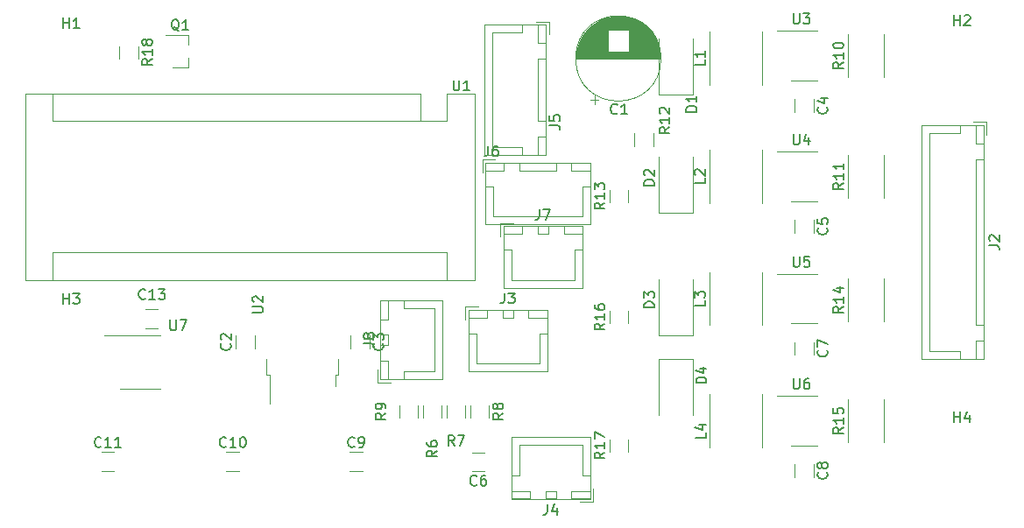
<source format=gbr>
G04 #@! TF.GenerationSoftware,KiCad,Pcbnew,7.0.8*
G04 #@! TF.CreationDate,2024-03-28T15:32:18+01:00*
G04 #@! TF.ProjectId,Prozessorplatine,50726f7a-6573-4736-9f72-706c6174696e,rev?*
G04 #@! TF.SameCoordinates,Original*
G04 #@! TF.FileFunction,Legend,Top*
G04 #@! TF.FilePolarity,Positive*
%FSLAX46Y46*%
G04 Gerber Fmt 4.6, Leading zero omitted, Abs format (unit mm)*
G04 Created by KiCad (PCBNEW 7.0.8) date 2024-03-28 15:32:18*
%MOMM*%
%LPD*%
G01*
G04 APERTURE LIST*
%ADD10C,0.150000*%
%ADD11C,0.120000*%
G04 APERTURE END LIST*
D10*
X161798080Y-86399666D02*
X161845700Y-86447285D01*
X161845700Y-86447285D02*
X161893319Y-86590142D01*
X161893319Y-86590142D02*
X161893319Y-86685380D01*
X161893319Y-86685380D02*
X161845700Y-86828237D01*
X161845700Y-86828237D02*
X161750461Y-86923475D01*
X161750461Y-86923475D02*
X161655223Y-86971094D01*
X161655223Y-86971094D02*
X161464747Y-87018713D01*
X161464747Y-87018713D02*
X161321890Y-87018713D01*
X161321890Y-87018713D02*
X161131414Y-86971094D01*
X161131414Y-86971094D02*
X161036176Y-86923475D01*
X161036176Y-86923475D02*
X160940938Y-86828237D01*
X160940938Y-86828237D02*
X160893319Y-86685380D01*
X160893319Y-86685380D02*
X160893319Y-86590142D01*
X160893319Y-86590142D02*
X160940938Y-86447285D01*
X160940938Y-86447285D02*
X160988557Y-86399666D01*
X160988557Y-86018713D02*
X160940938Y-85971094D01*
X160940938Y-85971094D02*
X160893319Y-85875856D01*
X160893319Y-85875856D02*
X160893319Y-85637761D01*
X160893319Y-85637761D02*
X160940938Y-85542523D01*
X160940938Y-85542523D02*
X160988557Y-85494904D01*
X160988557Y-85494904D02*
X161083795Y-85447285D01*
X161083795Y-85447285D02*
X161179033Y-85447285D01*
X161179033Y-85447285D02*
X161321890Y-85494904D01*
X161321890Y-85494904D02*
X161893319Y-86066332D01*
X161893319Y-86066332D02*
X161893319Y-85447285D01*
X176550580Y-86399666D02*
X176598200Y-86447285D01*
X176598200Y-86447285D02*
X176645819Y-86590142D01*
X176645819Y-86590142D02*
X176645819Y-86685380D01*
X176645819Y-86685380D02*
X176598200Y-86828237D01*
X176598200Y-86828237D02*
X176502961Y-86923475D01*
X176502961Y-86923475D02*
X176407723Y-86971094D01*
X176407723Y-86971094D02*
X176217247Y-87018713D01*
X176217247Y-87018713D02*
X176074390Y-87018713D01*
X176074390Y-87018713D02*
X175883914Y-86971094D01*
X175883914Y-86971094D02*
X175788676Y-86923475D01*
X175788676Y-86923475D02*
X175693438Y-86828237D01*
X175693438Y-86828237D02*
X175645819Y-86685380D01*
X175645819Y-86685380D02*
X175645819Y-86590142D01*
X175645819Y-86590142D02*
X175693438Y-86447285D01*
X175693438Y-86447285D02*
X175741057Y-86399666D01*
X175645819Y-86066332D02*
X175645819Y-85447285D01*
X175645819Y-85447285D02*
X176026771Y-85780618D01*
X176026771Y-85780618D02*
X176026771Y-85637761D01*
X176026771Y-85637761D02*
X176074390Y-85542523D01*
X176074390Y-85542523D02*
X176122009Y-85494904D01*
X176122009Y-85494904D02*
X176217247Y-85447285D01*
X176217247Y-85447285D02*
X176455342Y-85447285D01*
X176455342Y-85447285D02*
X176550580Y-85494904D01*
X176550580Y-85494904D02*
X176598200Y-85542523D01*
X176598200Y-85542523D02*
X176645819Y-85637761D01*
X176645819Y-85637761D02*
X176645819Y-85923475D01*
X176645819Y-85923475D02*
X176598200Y-86018713D01*
X176598200Y-86018713D02*
X176550580Y-86066332D01*
X185631333Y-100033080D02*
X185583714Y-100080700D01*
X185583714Y-100080700D02*
X185440857Y-100128319D01*
X185440857Y-100128319D02*
X185345619Y-100128319D01*
X185345619Y-100128319D02*
X185202762Y-100080700D01*
X185202762Y-100080700D02*
X185107524Y-99985461D01*
X185107524Y-99985461D02*
X185059905Y-99890223D01*
X185059905Y-99890223D02*
X185012286Y-99699747D01*
X185012286Y-99699747D02*
X185012286Y-99556890D01*
X185012286Y-99556890D02*
X185059905Y-99366414D01*
X185059905Y-99366414D02*
X185107524Y-99271176D01*
X185107524Y-99271176D02*
X185202762Y-99175938D01*
X185202762Y-99175938D02*
X185345619Y-99128319D01*
X185345619Y-99128319D02*
X185440857Y-99128319D01*
X185440857Y-99128319D02*
X185583714Y-99175938D01*
X185583714Y-99175938D02*
X185631333Y-99223557D01*
X186488476Y-99128319D02*
X186298000Y-99128319D01*
X186298000Y-99128319D02*
X186202762Y-99175938D01*
X186202762Y-99175938D02*
X186155143Y-99223557D01*
X186155143Y-99223557D02*
X186059905Y-99366414D01*
X186059905Y-99366414D02*
X186012286Y-99556890D01*
X186012286Y-99556890D02*
X186012286Y-99937842D01*
X186012286Y-99937842D02*
X186059905Y-100033080D01*
X186059905Y-100033080D02*
X186107524Y-100080700D01*
X186107524Y-100080700D02*
X186202762Y-100128319D01*
X186202762Y-100128319D02*
X186393238Y-100128319D01*
X186393238Y-100128319D02*
X186488476Y-100080700D01*
X186488476Y-100080700D02*
X186536095Y-100033080D01*
X186536095Y-100033080D02*
X186583714Y-99937842D01*
X186583714Y-99937842D02*
X186583714Y-99699747D01*
X186583714Y-99699747D02*
X186536095Y-99604509D01*
X186536095Y-99604509D02*
X186488476Y-99556890D01*
X186488476Y-99556890D02*
X186393238Y-99509271D01*
X186393238Y-99509271D02*
X186202762Y-99509271D01*
X186202762Y-99509271D02*
X186107524Y-99556890D01*
X186107524Y-99556890D02*
X186059905Y-99604509D01*
X186059905Y-99604509D02*
X186012286Y-99699747D01*
X219476580Y-98845666D02*
X219524200Y-98893285D01*
X219524200Y-98893285D02*
X219571819Y-99036142D01*
X219571819Y-99036142D02*
X219571819Y-99131380D01*
X219571819Y-99131380D02*
X219524200Y-99274237D01*
X219524200Y-99274237D02*
X219428961Y-99369475D01*
X219428961Y-99369475D02*
X219333723Y-99417094D01*
X219333723Y-99417094D02*
X219143247Y-99464713D01*
X219143247Y-99464713D02*
X219000390Y-99464713D01*
X219000390Y-99464713D02*
X218809914Y-99417094D01*
X218809914Y-99417094D02*
X218714676Y-99369475D01*
X218714676Y-99369475D02*
X218619438Y-99274237D01*
X218619438Y-99274237D02*
X218571819Y-99131380D01*
X218571819Y-99131380D02*
X218571819Y-99036142D01*
X218571819Y-99036142D02*
X218619438Y-98893285D01*
X218619438Y-98893285D02*
X218667057Y-98845666D01*
X219000390Y-98274237D02*
X218952771Y-98369475D01*
X218952771Y-98369475D02*
X218905152Y-98417094D01*
X218905152Y-98417094D02*
X218809914Y-98464713D01*
X218809914Y-98464713D02*
X218762295Y-98464713D01*
X218762295Y-98464713D02*
X218667057Y-98417094D01*
X218667057Y-98417094D02*
X218619438Y-98369475D01*
X218619438Y-98369475D02*
X218571819Y-98274237D01*
X218571819Y-98274237D02*
X218571819Y-98083761D01*
X218571819Y-98083761D02*
X218619438Y-97988523D01*
X218619438Y-97988523D02*
X218667057Y-97940904D01*
X218667057Y-97940904D02*
X218762295Y-97893285D01*
X218762295Y-97893285D02*
X218809914Y-97893285D01*
X218809914Y-97893285D02*
X218905152Y-97940904D01*
X218905152Y-97940904D02*
X218952771Y-97988523D01*
X218952771Y-97988523D02*
X219000390Y-98083761D01*
X219000390Y-98083761D02*
X219000390Y-98274237D01*
X219000390Y-98274237D02*
X219048009Y-98369475D01*
X219048009Y-98369475D02*
X219095628Y-98417094D01*
X219095628Y-98417094D02*
X219190866Y-98464713D01*
X219190866Y-98464713D02*
X219381342Y-98464713D01*
X219381342Y-98464713D02*
X219476580Y-98417094D01*
X219476580Y-98417094D02*
X219524200Y-98369475D01*
X219524200Y-98369475D02*
X219571819Y-98274237D01*
X219571819Y-98274237D02*
X219571819Y-98083761D01*
X219571819Y-98083761D02*
X219524200Y-97988523D01*
X219524200Y-97988523D02*
X219476580Y-97940904D01*
X219476580Y-97940904D02*
X219381342Y-97893285D01*
X219381342Y-97893285D02*
X219190866Y-97893285D01*
X219190866Y-97893285D02*
X219095628Y-97940904D01*
X219095628Y-97940904D02*
X219048009Y-97988523D01*
X219048009Y-97988523D02*
X219000390Y-98083761D01*
X173823333Y-96329580D02*
X173775714Y-96377200D01*
X173775714Y-96377200D02*
X173632857Y-96424819D01*
X173632857Y-96424819D02*
X173537619Y-96424819D01*
X173537619Y-96424819D02*
X173394762Y-96377200D01*
X173394762Y-96377200D02*
X173299524Y-96281961D01*
X173299524Y-96281961D02*
X173251905Y-96186723D01*
X173251905Y-96186723D02*
X173204286Y-95996247D01*
X173204286Y-95996247D02*
X173204286Y-95853390D01*
X173204286Y-95853390D02*
X173251905Y-95662914D01*
X173251905Y-95662914D02*
X173299524Y-95567676D01*
X173299524Y-95567676D02*
X173394762Y-95472438D01*
X173394762Y-95472438D02*
X173537619Y-95424819D01*
X173537619Y-95424819D02*
X173632857Y-95424819D01*
X173632857Y-95424819D02*
X173775714Y-95472438D01*
X173775714Y-95472438D02*
X173823333Y-95520057D01*
X174299524Y-96424819D02*
X174490000Y-96424819D01*
X174490000Y-96424819D02*
X174585238Y-96377200D01*
X174585238Y-96377200D02*
X174632857Y-96329580D01*
X174632857Y-96329580D02*
X174728095Y-96186723D01*
X174728095Y-96186723D02*
X174775714Y-95996247D01*
X174775714Y-95996247D02*
X174775714Y-95615295D01*
X174775714Y-95615295D02*
X174728095Y-95520057D01*
X174728095Y-95520057D02*
X174680476Y-95472438D01*
X174680476Y-95472438D02*
X174585238Y-95424819D01*
X174585238Y-95424819D02*
X174394762Y-95424819D01*
X174394762Y-95424819D02*
X174299524Y-95472438D01*
X174299524Y-95472438D02*
X174251905Y-95520057D01*
X174251905Y-95520057D02*
X174204286Y-95615295D01*
X174204286Y-95615295D02*
X174204286Y-95853390D01*
X174204286Y-95853390D02*
X174251905Y-95948628D01*
X174251905Y-95948628D02*
X174299524Y-95996247D01*
X174299524Y-95996247D02*
X174394762Y-96043866D01*
X174394762Y-96043866D02*
X174585238Y-96043866D01*
X174585238Y-96043866D02*
X174680476Y-95996247D01*
X174680476Y-95996247D02*
X174728095Y-95948628D01*
X174728095Y-95948628D02*
X174775714Y-95853390D01*
X206893319Y-63984094D02*
X205893319Y-63984094D01*
X205893319Y-63984094D02*
X205893319Y-63745999D01*
X205893319Y-63745999D02*
X205940938Y-63603142D01*
X205940938Y-63603142D02*
X206036176Y-63507904D01*
X206036176Y-63507904D02*
X206131414Y-63460285D01*
X206131414Y-63460285D02*
X206321890Y-63412666D01*
X206321890Y-63412666D02*
X206464747Y-63412666D01*
X206464747Y-63412666D02*
X206655223Y-63460285D01*
X206655223Y-63460285D02*
X206750461Y-63507904D01*
X206750461Y-63507904D02*
X206845700Y-63603142D01*
X206845700Y-63603142D02*
X206893319Y-63745999D01*
X206893319Y-63745999D02*
X206893319Y-63984094D01*
X206893319Y-62460285D02*
X206893319Y-63031713D01*
X206893319Y-62745999D02*
X205893319Y-62745999D01*
X205893319Y-62745999D02*
X206036176Y-62841237D01*
X206036176Y-62841237D02*
X206131414Y-62936475D01*
X206131414Y-62936475D02*
X206179033Y-63031713D01*
X202805819Y-71096094D02*
X201805819Y-71096094D01*
X201805819Y-71096094D02*
X201805819Y-70857999D01*
X201805819Y-70857999D02*
X201853438Y-70715142D01*
X201853438Y-70715142D02*
X201948676Y-70619904D01*
X201948676Y-70619904D02*
X202043914Y-70572285D01*
X202043914Y-70572285D02*
X202234390Y-70524666D01*
X202234390Y-70524666D02*
X202377247Y-70524666D01*
X202377247Y-70524666D02*
X202567723Y-70572285D01*
X202567723Y-70572285D02*
X202662961Y-70619904D01*
X202662961Y-70619904D02*
X202758200Y-70715142D01*
X202758200Y-70715142D02*
X202805819Y-70857999D01*
X202805819Y-70857999D02*
X202805819Y-71096094D01*
X201901057Y-70143713D02*
X201853438Y-70096094D01*
X201853438Y-70096094D02*
X201805819Y-70000856D01*
X201805819Y-70000856D02*
X201805819Y-69762761D01*
X201805819Y-69762761D02*
X201853438Y-69667523D01*
X201853438Y-69667523D02*
X201901057Y-69619904D01*
X201901057Y-69619904D02*
X201996295Y-69572285D01*
X201996295Y-69572285D02*
X202091533Y-69572285D01*
X202091533Y-69572285D02*
X202234390Y-69619904D01*
X202234390Y-69619904D02*
X202805819Y-70191332D01*
X202805819Y-70191332D02*
X202805819Y-69572285D01*
X202805819Y-82907094D02*
X201805819Y-82907094D01*
X201805819Y-82907094D02*
X201805819Y-82668999D01*
X201805819Y-82668999D02*
X201853438Y-82526142D01*
X201853438Y-82526142D02*
X201948676Y-82430904D01*
X201948676Y-82430904D02*
X202043914Y-82383285D01*
X202043914Y-82383285D02*
X202234390Y-82335666D01*
X202234390Y-82335666D02*
X202377247Y-82335666D01*
X202377247Y-82335666D02*
X202567723Y-82383285D01*
X202567723Y-82383285D02*
X202662961Y-82430904D01*
X202662961Y-82430904D02*
X202758200Y-82526142D01*
X202758200Y-82526142D02*
X202805819Y-82668999D01*
X202805819Y-82668999D02*
X202805819Y-82907094D01*
X201805819Y-82002332D02*
X201805819Y-81383285D01*
X201805819Y-81383285D02*
X202186771Y-81716618D01*
X202186771Y-81716618D02*
X202186771Y-81573761D01*
X202186771Y-81573761D02*
X202234390Y-81478523D01*
X202234390Y-81478523D02*
X202282009Y-81430904D01*
X202282009Y-81430904D02*
X202377247Y-81383285D01*
X202377247Y-81383285D02*
X202615342Y-81383285D01*
X202615342Y-81383285D02*
X202710580Y-81430904D01*
X202710580Y-81430904D02*
X202758200Y-81478523D01*
X202758200Y-81478523D02*
X202805819Y-81573761D01*
X202805819Y-81573761D02*
X202805819Y-81859475D01*
X202805819Y-81859475D02*
X202758200Y-81954713D01*
X202758200Y-81954713D02*
X202710580Y-82002332D01*
X207845819Y-90209594D02*
X206845819Y-90209594D01*
X206845819Y-90209594D02*
X206845819Y-89971499D01*
X206845819Y-89971499D02*
X206893438Y-89828642D01*
X206893438Y-89828642D02*
X206988676Y-89733404D01*
X206988676Y-89733404D02*
X207083914Y-89685785D01*
X207083914Y-89685785D02*
X207274390Y-89638166D01*
X207274390Y-89638166D02*
X207417247Y-89638166D01*
X207417247Y-89638166D02*
X207607723Y-89685785D01*
X207607723Y-89685785D02*
X207702961Y-89733404D01*
X207702961Y-89733404D02*
X207798200Y-89828642D01*
X207798200Y-89828642D02*
X207845819Y-89971499D01*
X207845819Y-89971499D02*
X207845819Y-90209594D01*
X207179152Y-88781023D02*
X207845819Y-88781023D01*
X206798200Y-89019118D02*
X207512485Y-89257213D01*
X207512485Y-89257213D02*
X207512485Y-88638166D01*
X235160819Y-76901333D02*
X235875104Y-76901333D01*
X235875104Y-76901333D02*
X236017961Y-76948952D01*
X236017961Y-76948952D02*
X236113200Y-77044190D01*
X236113200Y-77044190D02*
X236160819Y-77187047D01*
X236160819Y-77187047D02*
X236160819Y-77282285D01*
X235256057Y-76472761D02*
X235208438Y-76425142D01*
X235208438Y-76425142D02*
X235160819Y-76329904D01*
X235160819Y-76329904D02*
X235160819Y-76091809D01*
X235160819Y-76091809D02*
X235208438Y-75996571D01*
X235208438Y-75996571D02*
X235256057Y-75948952D01*
X235256057Y-75948952D02*
X235351295Y-75901333D01*
X235351295Y-75901333D02*
X235446533Y-75901333D01*
X235446533Y-75901333D02*
X235589390Y-75948952D01*
X235589390Y-75948952D02*
X236160819Y-76520380D01*
X236160819Y-76520380D02*
X236160819Y-75901333D01*
X186737666Y-67272819D02*
X186737666Y-67987104D01*
X186737666Y-67987104D02*
X186690047Y-68129961D01*
X186690047Y-68129961D02*
X186594809Y-68225200D01*
X186594809Y-68225200D02*
X186451952Y-68272819D01*
X186451952Y-68272819D02*
X186356714Y-68272819D01*
X187642428Y-67272819D02*
X187451952Y-67272819D01*
X187451952Y-67272819D02*
X187356714Y-67320438D01*
X187356714Y-67320438D02*
X187309095Y-67368057D01*
X187309095Y-67368057D02*
X187213857Y-67510914D01*
X187213857Y-67510914D02*
X187166238Y-67701390D01*
X187166238Y-67701390D02*
X187166238Y-68082342D01*
X187166238Y-68082342D02*
X187213857Y-68177580D01*
X187213857Y-68177580D02*
X187261476Y-68225200D01*
X187261476Y-68225200D02*
X187356714Y-68272819D01*
X187356714Y-68272819D02*
X187547190Y-68272819D01*
X187547190Y-68272819D02*
X187642428Y-68225200D01*
X187642428Y-68225200D02*
X187690047Y-68177580D01*
X187690047Y-68177580D02*
X187737666Y-68082342D01*
X187737666Y-68082342D02*
X187737666Y-67844247D01*
X187737666Y-67844247D02*
X187690047Y-67749009D01*
X187690047Y-67749009D02*
X187642428Y-67701390D01*
X187642428Y-67701390D02*
X187547190Y-67653771D01*
X187547190Y-67653771D02*
X187356714Y-67653771D01*
X187356714Y-67653771D02*
X187261476Y-67701390D01*
X187261476Y-67701390D02*
X187213857Y-67749009D01*
X187213857Y-67749009D02*
X187166238Y-67844247D01*
X207697819Y-58967666D02*
X207697819Y-59443856D01*
X207697819Y-59443856D02*
X206697819Y-59443856D01*
X207697819Y-58110523D02*
X207697819Y-58681951D01*
X207697819Y-58396237D02*
X206697819Y-58396237D01*
X206697819Y-58396237D02*
X206840676Y-58491475D01*
X206840676Y-58491475D02*
X206935914Y-58586713D01*
X206935914Y-58586713D02*
X206983533Y-58681951D01*
X207697819Y-70397666D02*
X207697819Y-70873856D01*
X207697819Y-70873856D02*
X206697819Y-70873856D01*
X206793057Y-70111951D02*
X206745438Y-70064332D01*
X206745438Y-70064332D02*
X206697819Y-69969094D01*
X206697819Y-69969094D02*
X206697819Y-69730999D01*
X206697819Y-69730999D02*
X206745438Y-69635761D01*
X206745438Y-69635761D02*
X206793057Y-69588142D01*
X206793057Y-69588142D02*
X206888295Y-69540523D01*
X206888295Y-69540523D02*
X206983533Y-69540523D01*
X206983533Y-69540523D02*
X207126390Y-69588142D01*
X207126390Y-69588142D02*
X207697819Y-70159570D01*
X207697819Y-70159570D02*
X207697819Y-69540523D01*
X207697819Y-82208666D02*
X207697819Y-82684856D01*
X207697819Y-82684856D02*
X206697819Y-82684856D01*
X206697819Y-81970570D02*
X206697819Y-81351523D01*
X206697819Y-81351523D02*
X207078771Y-81684856D01*
X207078771Y-81684856D02*
X207078771Y-81541999D01*
X207078771Y-81541999D02*
X207126390Y-81446761D01*
X207126390Y-81446761D02*
X207174009Y-81399142D01*
X207174009Y-81399142D02*
X207269247Y-81351523D01*
X207269247Y-81351523D02*
X207507342Y-81351523D01*
X207507342Y-81351523D02*
X207602580Y-81399142D01*
X207602580Y-81399142D02*
X207650200Y-81446761D01*
X207650200Y-81446761D02*
X207697819Y-81541999D01*
X207697819Y-81541999D02*
X207697819Y-81827713D01*
X207697819Y-81827713D02*
X207650200Y-81922951D01*
X207650200Y-81922951D02*
X207602580Y-81970570D01*
X207782319Y-95035666D02*
X207782319Y-95511856D01*
X207782319Y-95511856D02*
X206782319Y-95511856D01*
X207115652Y-94273761D02*
X207782319Y-94273761D01*
X206734700Y-94511856D02*
X207448985Y-94749951D01*
X207448985Y-94749951D02*
X207448985Y-94130904D01*
X221100819Y-59189857D02*
X220624628Y-59523190D01*
X221100819Y-59761285D02*
X220100819Y-59761285D01*
X220100819Y-59761285D02*
X220100819Y-59380333D01*
X220100819Y-59380333D02*
X220148438Y-59285095D01*
X220148438Y-59285095D02*
X220196057Y-59237476D01*
X220196057Y-59237476D02*
X220291295Y-59189857D01*
X220291295Y-59189857D02*
X220434152Y-59189857D01*
X220434152Y-59189857D02*
X220529390Y-59237476D01*
X220529390Y-59237476D02*
X220577009Y-59285095D01*
X220577009Y-59285095D02*
X220624628Y-59380333D01*
X220624628Y-59380333D02*
X220624628Y-59761285D01*
X221100819Y-58237476D02*
X221100819Y-58808904D01*
X221100819Y-58523190D02*
X220100819Y-58523190D01*
X220100819Y-58523190D02*
X220243676Y-58618428D01*
X220243676Y-58618428D02*
X220338914Y-58713666D01*
X220338914Y-58713666D02*
X220386533Y-58808904D01*
X220100819Y-57618428D02*
X220100819Y-57523190D01*
X220100819Y-57523190D02*
X220148438Y-57427952D01*
X220148438Y-57427952D02*
X220196057Y-57380333D01*
X220196057Y-57380333D02*
X220291295Y-57332714D01*
X220291295Y-57332714D02*
X220481771Y-57285095D01*
X220481771Y-57285095D02*
X220719866Y-57285095D01*
X220719866Y-57285095D02*
X220910342Y-57332714D01*
X220910342Y-57332714D02*
X221005580Y-57380333D01*
X221005580Y-57380333D02*
X221053200Y-57427952D01*
X221053200Y-57427952D02*
X221100819Y-57523190D01*
X221100819Y-57523190D02*
X221100819Y-57618428D01*
X221100819Y-57618428D02*
X221053200Y-57713666D01*
X221053200Y-57713666D02*
X221005580Y-57761285D01*
X221005580Y-57761285D02*
X220910342Y-57808904D01*
X220910342Y-57808904D02*
X220719866Y-57856523D01*
X220719866Y-57856523D02*
X220481771Y-57856523D01*
X220481771Y-57856523D02*
X220291295Y-57808904D01*
X220291295Y-57808904D02*
X220196057Y-57761285D01*
X220196057Y-57761285D02*
X220148438Y-57713666D01*
X220148438Y-57713666D02*
X220100819Y-57618428D01*
X221100819Y-70873857D02*
X220624628Y-71207190D01*
X221100819Y-71445285D02*
X220100819Y-71445285D01*
X220100819Y-71445285D02*
X220100819Y-71064333D01*
X220100819Y-71064333D02*
X220148438Y-70969095D01*
X220148438Y-70969095D02*
X220196057Y-70921476D01*
X220196057Y-70921476D02*
X220291295Y-70873857D01*
X220291295Y-70873857D02*
X220434152Y-70873857D01*
X220434152Y-70873857D02*
X220529390Y-70921476D01*
X220529390Y-70921476D02*
X220577009Y-70969095D01*
X220577009Y-70969095D02*
X220624628Y-71064333D01*
X220624628Y-71064333D02*
X220624628Y-71445285D01*
X221100819Y-69921476D02*
X221100819Y-70492904D01*
X221100819Y-70207190D02*
X220100819Y-70207190D01*
X220100819Y-70207190D02*
X220243676Y-70302428D01*
X220243676Y-70302428D02*
X220338914Y-70397666D01*
X220338914Y-70397666D02*
X220386533Y-70492904D01*
X221100819Y-68969095D02*
X221100819Y-69540523D01*
X221100819Y-69254809D02*
X220100819Y-69254809D01*
X220100819Y-69254809D02*
X220243676Y-69350047D01*
X220243676Y-69350047D02*
X220338914Y-69445285D01*
X220338914Y-69445285D02*
X220386533Y-69540523D01*
X198024819Y-72778857D02*
X197548628Y-73112190D01*
X198024819Y-73350285D02*
X197024819Y-73350285D01*
X197024819Y-73350285D02*
X197024819Y-72969333D01*
X197024819Y-72969333D02*
X197072438Y-72874095D01*
X197072438Y-72874095D02*
X197120057Y-72826476D01*
X197120057Y-72826476D02*
X197215295Y-72778857D01*
X197215295Y-72778857D02*
X197358152Y-72778857D01*
X197358152Y-72778857D02*
X197453390Y-72826476D01*
X197453390Y-72826476D02*
X197501009Y-72874095D01*
X197501009Y-72874095D02*
X197548628Y-72969333D01*
X197548628Y-72969333D02*
X197548628Y-73350285D01*
X198024819Y-71826476D02*
X198024819Y-72397904D01*
X198024819Y-72112190D02*
X197024819Y-72112190D01*
X197024819Y-72112190D02*
X197167676Y-72207428D01*
X197167676Y-72207428D02*
X197262914Y-72302666D01*
X197262914Y-72302666D02*
X197310533Y-72397904D01*
X197024819Y-71493142D02*
X197024819Y-70874095D01*
X197024819Y-70874095D02*
X197405771Y-71207428D01*
X197405771Y-71207428D02*
X197405771Y-71064571D01*
X197405771Y-71064571D02*
X197453390Y-70969333D01*
X197453390Y-70969333D02*
X197501009Y-70921714D01*
X197501009Y-70921714D02*
X197596247Y-70874095D01*
X197596247Y-70874095D02*
X197834342Y-70874095D01*
X197834342Y-70874095D02*
X197929580Y-70921714D01*
X197929580Y-70921714D02*
X197977200Y-70969333D01*
X197977200Y-70969333D02*
X198024819Y-71064571D01*
X198024819Y-71064571D02*
X198024819Y-71350285D01*
X198024819Y-71350285D02*
X197977200Y-71445523D01*
X197977200Y-71445523D02*
X197929580Y-71493142D01*
X198024819Y-84462857D02*
X197548628Y-84796190D01*
X198024819Y-85034285D02*
X197024819Y-85034285D01*
X197024819Y-85034285D02*
X197024819Y-84653333D01*
X197024819Y-84653333D02*
X197072438Y-84558095D01*
X197072438Y-84558095D02*
X197120057Y-84510476D01*
X197120057Y-84510476D02*
X197215295Y-84462857D01*
X197215295Y-84462857D02*
X197358152Y-84462857D01*
X197358152Y-84462857D02*
X197453390Y-84510476D01*
X197453390Y-84510476D02*
X197501009Y-84558095D01*
X197501009Y-84558095D02*
X197548628Y-84653333D01*
X197548628Y-84653333D02*
X197548628Y-85034285D01*
X198024819Y-83510476D02*
X198024819Y-84081904D01*
X198024819Y-83796190D02*
X197024819Y-83796190D01*
X197024819Y-83796190D02*
X197167676Y-83891428D01*
X197167676Y-83891428D02*
X197262914Y-83986666D01*
X197262914Y-83986666D02*
X197310533Y-84081904D01*
X197024819Y-82653333D02*
X197024819Y-82843809D01*
X197024819Y-82843809D02*
X197072438Y-82939047D01*
X197072438Y-82939047D02*
X197120057Y-82986666D01*
X197120057Y-82986666D02*
X197262914Y-83081904D01*
X197262914Y-83081904D02*
X197453390Y-83129523D01*
X197453390Y-83129523D02*
X197834342Y-83129523D01*
X197834342Y-83129523D02*
X197929580Y-83081904D01*
X197929580Y-83081904D02*
X197977200Y-83034285D01*
X197977200Y-83034285D02*
X198024819Y-82939047D01*
X198024819Y-82939047D02*
X198024819Y-82748571D01*
X198024819Y-82748571D02*
X197977200Y-82653333D01*
X197977200Y-82653333D02*
X197929580Y-82605714D01*
X197929580Y-82605714D02*
X197834342Y-82558095D01*
X197834342Y-82558095D02*
X197596247Y-82558095D01*
X197596247Y-82558095D02*
X197501009Y-82605714D01*
X197501009Y-82605714D02*
X197453390Y-82653333D01*
X197453390Y-82653333D02*
X197405771Y-82748571D01*
X197405771Y-82748571D02*
X197405771Y-82939047D01*
X197405771Y-82939047D02*
X197453390Y-83034285D01*
X197453390Y-83034285D02*
X197501009Y-83081904D01*
X197501009Y-83081904D02*
X197596247Y-83129523D01*
X198024819Y-96908857D02*
X197548628Y-97242190D01*
X198024819Y-97480285D02*
X197024819Y-97480285D01*
X197024819Y-97480285D02*
X197024819Y-97099333D01*
X197024819Y-97099333D02*
X197072438Y-97004095D01*
X197072438Y-97004095D02*
X197120057Y-96956476D01*
X197120057Y-96956476D02*
X197215295Y-96908857D01*
X197215295Y-96908857D02*
X197358152Y-96908857D01*
X197358152Y-96908857D02*
X197453390Y-96956476D01*
X197453390Y-96956476D02*
X197501009Y-97004095D01*
X197501009Y-97004095D02*
X197548628Y-97099333D01*
X197548628Y-97099333D02*
X197548628Y-97480285D01*
X198024819Y-95956476D02*
X198024819Y-96527904D01*
X198024819Y-96242190D02*
X197024819Y-96242190D01*
X197024819Y-96242190D02*
X197167676Y-96337428D01*
X197167676Y-96337428D02*
X197262914Y-96432666D01*
X197262914Y-96432666D02*
X197310533Y-96527904D01*
X197024819Y-95623142D02*
X197024819Y-94956476D01*
X197024819Y-94956476D02*
X198024819Y-95385047D01*
X183388095Y-60922819D02*
X183388095Y-61732342D01*
X183388095Y-61732342D02*
X183435714Y-61827580D01*
X183435714Y-61827580D02*
X183483333Y-61875200D01*
X183483333Y-61875200D02*
X183578571Y-61922819D01*
X183578571Y-61922819D02*
X183769047Y-61922819D01*
X183769047Y-61922819D02*
X183864285Y-61875200D01*
X183864285Y-61875200D02*
X183911904Y-61827580D01*
X183911904Y-61827580D02*
X183959523Y-61732342D01*
X183959523Y-61732342D02*
X183959523Y-60922819D01*
X184959523Y-61922819D02*
X184388095Y-61922819D01*
X184673809Y-61922819D02*
X184673809Y-60922819D01*
X184673809Y-60922819D02*
X184578571Y-61065676D01*
X184578571Y-61065676D02*
X184483333Y-61160914D01*
X184483333Y-61160914D02*
X184388095Y-61208533D01*
X163983319Y-83375404D02*
X164792842Y-83375404D01*
X164792842Y-83375404D02*
X164888080Y-83327785D01*
X164888080Y-83327785D02*
X164935700Y-83280166D01*
X164935700Y-83280166D02*
X164983319Y-83184928D01*
X164983319Y-83184928D02*
X164983319Y-82994452D01*
X164983319Y-82994452D02*
X164935700Y-82899214D01*
X164935700Y-82899214D02*
X164888080Y-82851595D01*
X164888080Y-82851595D02*
X164792842Y-82803976D01*
X164792842Y-82803976D02*
X163983319Y-82803976D01*
X164078557Y-82375404D02*
X164030938Y-82327785D01*
X164030938Y-82327785D02*
X163983319Y-82232547D01*
X163983319Y-82232547D02*
X163983319Y-81994452D01*
X163983319Y-81994452D02*
X164030938Y-81899214D01*
X164030938Y-81899214D02*
X164078557Y-81851595D01*
X164078557Y-81851595D02*
X164173795Y-81803976D01*
X164173795Y-81803976D02*
X164269033Y-81803976D01*
X164269033Y-81803976D02*
X164411890Y-81851595D01*
X164411890Y-81851595D02*
X164983319Y-82423023D01*
X164983319Y-82423023D02*
X164983319Y-81803976D01*
X216260095Y-54476819D02*
X216260095Y-55286342D01*
X216260095Y-55286342D02*
X216307714Y-55381580D01*
X216307714Y-55381580D02*
X216355333Y-55429200D01*
X216355333Y-55429200D02*
X216450571Y-55476819D01*
X216450571Y-55476819D02*
X216641047Y-55476819D01*
X216641047Y-55476819D02*
X216736285Y-55429200D01*
X216736285Y-55429200D02*
X216783904Y-55381580D01*
X216783904Y-55381580D02*
X216831523Y-55286342D01*
X216831523Y-55286342D02*
X216831523Y-54476819D01*
X217212476Y-54476819D02*
X217831523Y-54476819D01*
X217831523Y-54476819D02*
X217498190Y-54857771D01*
X217498190Y-54857771D02*
X217641047Y-54857771D01*
X217641047Y-54857771D02*
X217736285Y-54905390D01*
X217736285Y-54905390D02*
X217783904Y-54953009D01*
X217783904Y-54953009D02*
X217831523Y-55048247D01*
X217831523Y-55048247D02*
X217831523Y-55286342D01*
X217831523Y-55286342D02*
X217783904Y-55381580D01*
X217783904Y-55381580D02*
X217736285Y-55429200D01*
X217736285Y-55429200D02*
X217641047Y-55476819D01*
X217641047Y-55476819D02*
X217355333Y-55476819D01*
X217355333Y-55476819D02*
X217260095Y-55429200D01*
X217260095Y-55429200D02*
X217212476Y-55381580D01*
X216260095Y-66160819D02*
X216260095Y-66970342D01*
X216260095Y-66970342D02*
X216307714Y-67065580D01*
X216307714Y-67065580D02*
X216355333Y-67113200D01*
X216355333Y-67113200D02*
X216450571Y-67160819D01*
X216450571Y-67160819D02*
X216641047Y-67160819D01*
X216641047Y-67160819D02*
X216736285Y-67113200D01*
X216736285Y-67113200D02*
X216783904Y-67065580D01*
X216783904Y-67065580D02*
X216831523Y-66970342D01*
X216831523Y-66970342D02*
X216831523Y-66160819D01*
X217736285Y-66494152D02*
X217736285Y-67160819D01*
X217498190Y-66113200D02*
X217260095Y-66827485D01*
X217260095Y-66827485D02*
X217879142Y-66827485D01*
X216260095Y-77971819D02*
X216260095Y-78781342D01*
X216260095Y-78781342D02*
X216307714Y-78876580D01*
X216307714Y-78876580D02*
X216355333Y-78924200D01*
X216355333Y-78924200D02*
X216450571Y-78971819D01*
X216450571Y-78971819D02*
X216641047Y-78971819D01*
X216641047Y-78971819D02*
X216736285Y-78924200D01*
X216736285Y-78924200D02*
X216783904Y-78876580D01*
X216783904Y-78876580D02*
X216831523Y-78781342D01*
X216831523Y-78781342D02*
X216831523Y-77971819D01*
X217783904Y-77971819D02*
X217307714Y-77971819D01*
X217307714Y-77971819D02*
X217260095Y-78448009D01*
X217260095Y-78448009D02*
X217307714Y-78400390D01*
X217307714Y-78400390D02*
X217402952Y-78352771D01*
X217402952Y-78352771D02*
X217641047Y-78352771D01*
X217641047Y-78352771D02*
X217736285Y-78400390D01*
X217736285Y-78400390D02*
X217783904Y-78448009D01*
X217783904Y-78448009D02*
X217831523Y-78543247D01*
X217831523Y-78543247D02*
X217831523Y-78781342D01*
X217831523Y-78781342D02*
X217783904Y-78876580D01*
X217783904Y-78876580D02*
X217736285Y-78924200D01*
X217736285Y-78924200D02*
X217641047Y-78971819D01*
X217641047Y-78971819D02*
X217402952Y-78971819D01*
X217402952Y-78971819D02*
X217307714Y-78924200D01*
X217307714Y-78924200D02*
X217260095Y-78876580D01*
X156019595Y-84100319D02*
X156019595Y-84909842D01*
X156019595Y-84909842D02*
X156067214Y-85005080D01*
X156067214Y-85005080D02*
X156114833Y-85052700D01*
X156114833Y-85052700D02*
X156210071Y-85100319D01*
X156210071Y-85100319D02*
X156400547Y-85100319D01*
X156400547Y-85100319D02*
X156495785Y-85052700D01*
X156495785Y-85052700D02*
X156543404Y-85005080D01*
X156543404Y-85005080D02*
X156591023Y-84909842D01*
X156591023Y-84909842D02*
X156591023Y-84100319D01*
X156971976Y-84100319D02*
X157638642Y-84100319D01*
X157638642Y-84100319D02*
X157210071Y-85100319D01*
X221100819Y-94495857D02*
X220624628Y-94829190D01*
X221100819Y-95067285D02*
X220100819Y-95067285D01*
X220100819Y-95067285D02*
X220100819Y-94686333D01*
X220100819Y-94686333D02*
X220148438Y-94591095D01*
X220148438Y-94591095D02*
X220196057Y-94543476D01*
X220196057Y-94543476D02*
X220291295Y-94495857D01*
X220291295Y-94495857D02*
X220434152Y-94495857D01*
X220434152Y-94495857D02*
X220529390Y-94543476D01*
X220529390Y-94543476D02*
X220577009Y-94591095D01*
X220577009Y-94591095D02*
X220624628Y-94686333D01*
X220624628Y-94686333D02*
X220624628Y-95067285D01*
X221100819Y-93543476D02*
X221100819Y-94114904D01*
X221100819Y-93829190D02*
X220100819Y-93829190D01*
X220100819Y-93829190D02*
X220243676Y-93924428D01*
X220243676Y-93924428D02*
X220338914Y-94019666D01*
X220338914Y-94019666D02*
X220386533Y-94114904D01*
X220100819Y-92638714D02*
X220100819Y-93114904D01*
X220100819Y-93114904D02*
X220577009Y-93162523D01*
X220577009Y-93162523D02*
X220529390Y-93114904D01*
X220529390Y-93114904D02*
X220481771Y-93019666D01*
X220481771Y-93019666D02*
X220481771Y-92781571D01*
X220481771Y-92781571D02*
X220529390Y-92686333D01*
X220529390Y-92686333D02*
X220577009Y-92638714D01*
X220577009Y-92638714D02*
X220672247Y-92591095D01*
X220672247Y-92591095D02*
X220910342Y-92591095D01*
X220910342Y-92591095D02*
X221005580Y-92638714D01*
X221005580Y-92638714D02*
X221053200Y-92686333D01*
X221053200Y-92686333D02*
X221100819Y-92781571D01*
X221100819Y-92781571D02*
X221100819Y-93019666D01*
X221100819Y-93019666D02*
X221053200Y-93114904D01*
X221053200Y-93114904D02*
X221005580Y-93162523D01*
X216260095Y-89782819D02*
X216260095Y-90592342D01*
X216260095Y-90592342D02*
X216307714Y-90687580D01*
X216307714Y-90687580D02*
X216355333Y-90735200D01*
X216355333Y-90735200D02*
X216450571Y-90782819D01*
X216450571Y-90782819D02*
X216641047Y-90782819D01*
X216641047Y-90782819D02*
X216736285Y-90735200D01*
X216736285Y-90735200D02*
X216783904Y-90687580D01*
X216783904Y-90687580D02*
X216831523Y-90592342D01*
X216831523Y-90592342D02*
X216831523Y-89782819D01*
X217736285Y-89782819D02*
X217545809Y-89782819D01*
X217545809Y-89782819D02*
X217450571Y-89830438D01*
X217450571Y-89830438D02*
X217402952Y-89878057D01*
X217402952Y-89878057D02*
X217307714Y-90020914D01*
X217307714Y-90020914D02*
X217260095Y-90211390D01*
X217260095Y-90211390D02*
X217260095Y-90592342D01*
X217260095Y-90592342D02*
X217307714Y-90687580D01*
X217307714Y-90687580D02*
X217355333Y-90735200D01*
X217355333Y-90735200D02*
X217450571Y-90782819D01*
X217450571Y-90782819D02*
X217641047Y-90782819D01*
X217641047Y-90782819D02*
X217736285Y-90735200D01*
X217736285Y-90735200D02*
X217783904Y-90687580D01*
X217783904Y-90687580D02*
X217831523Y-90592342D01*
X217831523Y-90592342D02*
X217831523Y-90354247D01*
X217831523Y-90354247D02*
X217783904Y-90259009D01*
X217783904Y-90259009D02*
X217736285Y-90211390D01*
X217736285Y-90211390D02*
X217641047Y-90163771D01*
X217641047Y-90163771D02*
X217450571Y-90163771D01*
X217450571Y-90163771D02*
X217355333Y-90211390D01*
X217355333Y-90211390D02*
X217307714Y-90259009D01*
X217307714Y-90259009D02*
X217260095Y-90354247D01*
X221100819Y-82811857D02*
X220624628Y-83145190D01*
X221100819Y-83383285D02*
X220100819Y-83383285D01*
X220100819Y-83383285D02*
X220100819Y-83002333D01*
X220100819Y-83002333D02*
X220148438Y-82907095D01*
X220148438Y-82907095D02*
X220196057Y-82859476D01*
X220196057Y-82859476D02*
X220291295Y-82811857D01*
X220291295Y-82811857D02*
X220434152Y-82811857D01*
X220434152Y-82811857D02*
X220529390Y-82859476D01*
X220529390Y-82859476D02*
X220577009Y-82907095D01*
X220577009Y-82907095D02*
X220624628Y-83002333D01*
X220624628Y-83002333D02*
X220624628Y-83383285D01*
X221100819Y-81859476D02*
X221100819Y-82430904D01*
X221100819Y-82145190D02*
X220100819Y-82145190D01*
X220100819Y-82145190D02*
X220243676Y-82240428D01*
X220243676Y-82240428D02*
X220338914Y-82335666D01*
X220338914Y-82335666D02*
X220386533Y-82430904D01*
X220434152Y-81002333D02*
X221100819Y-81002333D01*
X220053200Y-81240428D02*
X220767485Y-81478523D01*
X220767485Y-81478523D02*
X220767485Y-80859476D01*
X219476580Y-87034666D02*
X219524200Y-87082285D01*
X219524200Y-87082285D02*
X219571819Y-87225142D01*
X219571819Y-87225142D02*
X219571819Y-87320380D01*
X219571819Y-87320380D02*
X219524200Y-87463237D01*
X219524200Y-87463237D02*
X219428961Y-87558475D01*
X219428961Y-87558475D02*
X219333723Y-87606094D01*
X219333723Y-87606094D02*
X219143247Y-87653713D01*
X219143247Y-87653713D02*
X219000390Y-87653713D01*
X219000390Y-87653713D02*
X218809914Y-87606094D01*
X218809914Y-87606094D02*
X218714676Y-87558475D01*
X218714676Y-87558475D02*
X218619438Y-87463237D01*
X218619438Y-87463237D02*
X218571819Y-87320380D01*
X218571819Y-87320380D02*
X218571819Y-87225142D01*
X218571819Y-87225142D02*
X218619438Y-87082285D01*
X218619438Y-87082285D02*
X218667057Y-87034666D01*
X218571819Y-86701332D02*
X218571819Y-86034666D01*
X218571819Y-86034666D02*
X219571819Y-86463237D01*
X219476580Y-75223666D02*
X219524200Y-75271285D01*
X219524200Y-75271285D02*
X219571819Y-75414142D01*
X219571819Y-75414142D02*
X219571819Y-75509380D01*
X219571819Y-75509380D02*
X219524200Y-75652237D01*
X219524200Y-75652237D02*
X219428961Y-75747475D01*
X219428961Y-75747475D02*
X219333723Y-75795094D01*
X219333723Y-75795094D02*
X219143247Y-75842713D01*
X219143247Y-75842713D02*
X219000390Y-75842713D01*
X219000390Y-75842713D02*
X218809914Y-75795094D01*
X218809914Y-75795094D02*
X218714676Y-75747475D01*
X218714676Y-75747475D02*
X218619438Y-75652237D01*
X218619438Y-75652237D02*
X218571819Y-75509380D01*
X218571819Y-75509380D02*
X218571819Y-75414142D01*
X218571819Y-75414142D02*
X218619438Y-75271285D01*
X218619438Y-75271285D02*
X218667057Y-75223666D01*
X218571819Y-74318904D02*
X218571819Y-74795094D01*
X218571819Y-74795094D02*
X219048009Y-74842713D01*
X219048009Y-74842713D02*
X219000390Y-74795094D01*
X219000390Y-74795094D02*
X218952771Y-74699856D01*
X218952771Y-74699856D02*
X218952771Y-74461761D01*
X218952771Y-74461761D02*
X219000390Y-74366523D01*
X219000390Y-74366523D02*
X219048009Y-74318904D01*
X219048009Y-74318904D02*
X219143247Y-74271285D01*
X219143247Y-74271285D02*
X219381342Y-74271285D01*
X219381342Y-74271285D02*
X219476580Y-74318904D01*
X219476580Y-74318904D02*
X219524200Y-74366523D01*
X219524200Y-74366523D02*
X219571819Y-74461761D01*
X219571819Y-74461761D02*
X219571819Y-74699856D01*
X219571819Y-74699856D02*
X219524200Y-74795094D01*
X219524200Y-74795094D02*
X219476580Y-74842713D01*
X219476580Y-63539666D02*
X219524200Y-63587285D01*
X219524200Y-63587285D02*
X219571819Y-63730142D01*
X219571819Y-63730142D02*
X219571819Y-63825380D01*
X219571819Y-63825380D02*
X219524200Y-63968237D01*
X219524200Y-63968237D02*
X219428961Y-64063475D01*
X219428961Y-64063475D02*
X219333723Y-64111094D01*
X219333723Y-64111094D02*
X219143247Y-64158713D01*
X219143247Y-64158713D02*
X219000390Y-64158713D01*
X219000390Y-64158713D02*
X218809914Y-64111094D01*
X218809914Y-64111094D02*
X218714676Y-64063475D01*
X218714676Y-64063475D02*
X218619438Y-63968237D01*
X218619438Y-63968237D02*
X218571819Y-63825380D01*
X218571819Y-63825380D02*
X218571819Y-63730142D01*
X218571819Y-63730142D02*
X218619438Y-63587285D01*
X218619438Y-63587285D02*
X218667057Y-63539666D01*
X218905152Y-62682523D02*
X219571819Y-62682523D01*
X218524200Y-62920618D02*
X219238485Y-63158713D01*
X219238485Y-63158713D02*
X219238485Y-62539666D01*
X153598642Y-82020580D02*
X153551023Y-82068200D01*
X153551023Y-82068200D02*
X153408166Y-82115819D01*
X153408166Y-82115819D02*
X153312928Y-82115819D01*
X153312928Y-82115819D02*
X153170071Y-82068200D01*
X153170071Y-82068200D02*
X153074833Y-81972961D01*
X153074833Y-81972961D02*
X153027214Y-81877723D01*
X153027214Y-81877723D02*
X152979595Y-81687247D01*
X152979595Y-81687247D02*
X152979595Y-81544390D01*
X152979595Y-81544390D02*
X153027214Y-81353914D01*
X153027214Y-81353914D02*
X153074833Y-81258676D01*
X153074833Y-81258676D02*
X153170071Y-81163438D01*
X153170071Y-81163438D02*
X153312928Y-81115819D01*
X153312928Y-81115819D02*
X153408166Y-81115819D01*
X153408166Y-81115819D02*
X153551023Y-81163438D01*
X153551023Y-81163438D02*
X153598642Y-81211057D01*
X154551023Y-82115819D02*
X153979595Y-82115819D01*
X154265309Y-82115819D02*
X154265309Y-81115819D01*
X154265309Y-81115819D02*
X154170071Y-81258676D01*
X154170071Y-81258676D02*
X154074833Y-81353914D01*
X154074833Y-81353914D02*
X153979595Y-81401533D01*
X154884357Y-81115819D02*
X155503404Y-81115819D01*
X155503404Y-81115819D02*
X155170071Y-81496771D01*
X155170071Y-81496771D02*
X155312928Y-81496771D01*
X155312928Y-81496771D02*
X155408166Y-81544390D01*
X155408166Y-81544390D02*
X155455785Y-81592009D01*
X155455785Y-81592009D02*
X155503404Y-81687247D01*
X155503404Y-81687247D02*
X155503404Y-81925342D01*
X155503404Y-81925342D02*
X155455785Y-82020580D01*
X155455785Y-82020580D02*
X155408166Y-82068200D01*
X155408166Y-82068200D02*
X155312928Y-82115819D01*
X155312928Y-82115819D02*
X155027214Y-82115819D01*
X155027214Y-82115819D02*
X154931976Y-82068200D01*
X154931976Y-82068200D02*
X154884357Y-82020580D01*
X145669095Y-55890319D02*
X145669095Y-54890319D01*
X145669095Y-55366509D02*
X146240523Y-55366509D01*
X146240523Y-55890319D02*
X146240523Y-54890319D01*
X147240523Y-55890319D02*
X146669095Y-55890319D01*
X146954809Y-55890319D02*
X146954809Y-54890319D01*
X146954809Y-54890319D02*
X146859571Y-55033176D01*
X146859571Y-55033176D02*
X146764333Y-55128414D01*
X146764333Y-55128414D02*
X146669095Y-55176033D01*
X231775095Y-55636319D02*
X231775095Y-54636319D01*
X231775095Y-55112509D02*
X232346523Y-55112509D01*
X232346523Y-55636319D02*
X232346523Y-54636319D01*
X232775095Y-54731557D02*
X232822714Y-54683938D01*
X232822714Y-54683938D02*
X232917952Y-54636319D01*
X232917952Y-54636319D02*
X233156047Y-54636319D01*
X233156047Y-54636319D02*
X233251285Y-54683938D01*
X233251285Y-54683938D02*
X233298904Y-54731557D01*
X233298904Y-54731557D02*
X233346523Y-54826795D01*
X233346523Y-54826795D02*
X233346523Y-54922033D01*
X233346523Y-54922033D02*
X233298904Y-55064890D01*
X233298904Y-55064890D02*
X232727476Y-55636319D01*
X232727476Y-55636319D02*
X233346523Y-55636319D01*
X145669095Y-82551319D02*
X145669095Y-81551319D01*
X145669095Y-82027509D02*
X146240523Y-82027509D01*
X146240523Y-82551319D02*
X146240523Y-81551319D01*
X146621476Y-81551319D02*
X147240523Y-81551319D01*
X147240523Y-81551319D02*
X146907190Y-81932271D01*
X146907190Y-81932271D02*
X147050047Y-81932271D01*
X147050047Y-81932271D02*
X147145285Y-81979890D01*
X147145285Y-81979890D02*
X147192904Y-82027509D01*
X147192904Y-82027509D02*
X147240523Y-82122747D01*
X147240523Y-82122747D02*
X147240523Y-82360842D01*
X147240523Y-82360842D02*
X147192904Y-82456080D01*
X147192904Y-82456080D02*
X147145285Y-82503700D01*
X147145285Y-82503700D02*
X147050047Y-82551319D01*
X147050047Y-82551319D02*
X146764333Y-82551319D01*
X146764333Y-82551319D02*
X146669095Y-82503700D01*
X146669095Y-82503700D02*
X146621476Y-82456080D01*
X231775095Y-93981319D02*
X231775095Y-92981319D01*
X231775095Y-93457509D02*
X232346523Y-93457509D01*
X232346523Y-93981319D02*
X232346523Y-92981319D01*
X233251285Y-93314652D02*
X233251285Y-93981319D01*
X233013190Y-92933700D02*
X232775095Y-93647985D01*
X232775095Y-93647985D02*
X233394142Y-93647985D01*
X176857819Y-93130666D02*
X176381628Y-93463999D01*
X176857819Y-93702094D02*
X175857819Y-93702094D01*
X175857819Y-93702094D02*
X175857819Y-93321142D01*
X175857819Y-93321142D02*
X175905438Y-93225904D01*
X175905438Y-93225904D02*
X175953057Y-93178285D01*
X175953057Y-93178285D02*
X176048295Y-93130666D01*
X176048295Y-93130666D02*
X176191152Y-93130666D01*
X176191152Y-93130666D02*
X176286390Y-93178285D01*
X176286390Y-93178285D02*
X176334009Y-93225904D01*
X176334009Y-93225904D02*
X176381628Y-93321142D01*
X176381628Y-93321142D02*
X176381628Y-93702094D01*
X176857819Y-92654475D02*
X176857819Y-92463999D01*
X176857819Y-92463999D02*
X176810200Y-92368761D01*
X176810200Y-92368761D02*
X176762580Y-92321142D01*
X176762580Y-92321142D02*
X176619723Y-92225904D01*
X176619723Y-92225904D02*
X176429247Y-92178285D01*
X176429247Y-92178285D02*
X176048295Y-92178285D01*
X176048295Y-92178285D02*
X175953057Y-92225904D01*
X175953057Y-92225904D02*
X175905438Y-92273523D01*
X175905438Y-92273523D02*
X175857819Y-92368761D01*
X175857819Y-92368761D02*
X175857819Y-92559237D01*
X175857819Y-92559237D02*
X175905438Y-92654475D01*
X175905438Y-92654475D02*
X175953057Y-92702094D01*
X175953057Y-92702094D02*
X176048295Y-92749713D01*
X176048295Y-92749713D02*
X176286390Y-92749713D01*
X176286390Y-92749713D02*
X176381628Y-92702094D01*
X176381628Y-92702094D02*
X176429247Y-92654475D01*
X176429247Y-92654475D02*
X176476866Y-92559237D01*
X176476866Y-92559237D02*
X176476866Y-92368761D01*
X176476866Y-92368761D02*
X176429247Y-92273523D01*
X176429247Y-92273523D02*
X176381628Y-92225904D01*
X176381628Y-92225904D02*
X176286390Y-92178285D01*
X183475333Y-96276319D02*
X183142000Y-95800128D01*
X182903905Y-96276319D02*
X182903905Y-95276319D01*
X182903905Y-95276319D02*
X183284857Y-95276319D01*
X183284857Y-95276319D02*
X183380095Y-95323938D01*
X183380095Y-95323938D02*
X183427714Y-95371557D01*
X183427714Y-95371557D02*
X183475333Y-95466795D01*
X183475333Y-95466795D02*
X183475333Y-95609652D01*
X183475333Y-95609652D02*
X183427714Y-95704890D01*
X183427714Y-95704890D02*
X183380095Y-95752509D01*
X183380095Y-95752509D02*
X183284857Y-95800128D01*
X183284857Y-95800128D02*
X182903905Y-95800128D01*
X183808667Y-95276319D02*
X184475333Y-95276319D01*
X184475333Y-95276319D02*
X184046762Y-96276319D01*
X188202819Y-93130666D02*
X187726628Y-93463999D01*
X188202819Y-93702094D02*
X187202819Y-93702094D01*
X187202819Y-93702094D02*
X187202819Y-93321142D01*
X187202819Y-93321142D02*
X187250438Y-93225904D01*
X187250438Y-93225904D02*
X187298057Y-93178285D01*
X187298057Y-93178285D02*
X187393295Y-93130666D01*
X187393295Y-93130666D02*
X187536152Y-93130666D01*
X187536152Y-93130666D02*
X187631390Y-93178285D01*
X187631390Y-93178285D02*
X187679009Y-93225904D01*
X187679009Y-93225904D02*
X187726628Y-93321142D01*
X187726628Y-93321142D02*
X187726628Y-93702094D01*
X187631390Y-92559237D02*
X187583771Y-92654475D01*
X187583771Y-92654475D02*
X187536152Y-92702094D01*
X187536152Y-92702094D02*
X187440914Y-92749713D01*
X187440914Y-92749713D02*
X187393295Y-92749713D01*
X187393295Y-92749713D02*
X187298057Y-92702094D01*
X187298057Y-92702094D02*
X187250438Y-92654475D01*
X187250438Y-92654475D02*
X187202819Y-92559237D01*
X187202819Y-92559237D02*
X187202819Y-92368761D01*
X187202819Y-92368761D02*
X187250438Y-92273523D01*
X187250438Y-92273523D02*
X187298057Y-92225904D01*
X187298057Y-92225904D02*
X187393295Y-92178285D01*
X187393295Y-92178285D02*
X187440914Y-92178285D01*
X187440914Y-92178285D02*
X187536152Y-92225904D01*
X187536152Y-92225904D02*
X187583771Y-92273523D01*
X187583771Y-92273523D02*
X187631390Y-92368761D01*
X187631390Y-92368761D02*
X187631390Y-92559237D01*
X187631390Y-92559237D02*
X187679009Y-92654475D01*
X187679009Y-92654475D02*
X187726628Y-92702094D01*
X187726628Y-92702094D02*
X187821866Y-92749713D01*
X187821866Y-92749713D02*
X188012342Y-92749713D01*
X188012342Y-92749713D02*
X188107580Y-92702094D01*
X188107580Y-92702094D02*
X188155200Y-92654475D01*
X188155200Y-92654475D02*
X188202819Y-92559237D01*
X188202819Y-92559237D02*
X188202819Y-92368761D01*
X188202819Y-92368761D02*
X188155200Y-92273523D01*
X188155200Y-92273523D02*
X188107580Y-92225904D01*
X188107580Y-92225904D02*
X188012342Y-92178285D01*
X188012342Y-92178285D02*
X187821866Y-92178285D01*
X187821866Y-92178285D02*
X187726628Y-92225904D01*
X187726628Y-92225904D02*
X187679009Y-92273523D01*
X187679009Y-92273523D02*
X187631390Y-92368761D01*
X181810819Y-96750166D02*
X181334628Y-97083499D01*
X181810819Y-97321594D02*
X180810819Y-97321594D01*
X180810819Y-97321594D02*
X180810819Y-96940642D01*
X180810819Y-96940642D02*
X180858438Y-96845404D01*
X180858438Y-96845404D02*
X180906057Y-96797785D01*
X180906057Y-96797785D02*
X181001295Y-96750166D01*
X181001295Y-96750166D02*
X181144152Y-96750166D01*
X181144152Y-96750166D02*
X181239390Y-96797785D01*
X181239390Y-96797785D02*
X181287009Y-96845404D01*
X181287009Y-96845404D02*
X181334628Y-96940642D01*
X181334628Y-96940642D02*
X181334628Y-97321594D01*
X180810819Y-95893023D02*
X180810819Y-96083499D01*
X180810819Y-96083499D02*
X180858438Y-96178737D01*
X180858438Y-96178737D02*
X180906057Y-96226356D01*
X180906057Y-96226356D02*
X181048914Y-96321594D01*
X181048914Y-96321594D02*
X181239390Y-96369213D01*
X181239390Y-96369213D02*
X181620342Y-96369213D01*
X181620342Y-96369213D02*
X181715580Y-96321594D01*
X181715580Y-96321594D02*
X181763200Y-96273975D01*
X181763200Y-96273975D02*
X181810819Y-96178737D01*
X181810819Y-96178737D02*
X181810819Y-95988261D01*
X181810819Y-95988261D02*
X181763200Y-95893023D01*
X181763200Y-95893023D02*
X181715580Y-95845404D01*
X181715580Y-95845404D02*
X181620342Y-95797785D01*
X181620342Y-95797785D02*
X181382247Y-95797785D01*
X181382247Y-95797785D02*
X181287009Y-95845404D01*
X181287009Y-95845404D02*
X181239390Y-95893023D01*
X181239390Y-95893023D02*
X181191771Y-95988261D01*
X181191771Y-95988261D02*
X181191771Y-96178737D01*
X181191771Y-96178737D02*
X181239390Y-96273975D01*
X181239390Y-96273975D02*
X181287009Y-96321594D01*
X181287009Y-96321594D02*
X181382247Y-96369213D01*
X192685319Y-65293833D02*
X193399604Y-65293833D01*
X193399604Y-65293833D02*
X193542461Y-65341452D01*
X193542461Y-65341452D02*
X193637700Y-65436690D01*
X193637700Y-65436690D02*
X193685319Y-65579547D01*
X193685319Y-65579547D02*
X193685319Y-65674785D01*
X192685319Y-64341452D02*
X192685319Y-64817642D01*
X192685319Y-64817642D02*
X193161509Y-64865261D01*
X193161509Y-64865261D02*
X193113890Y-64817642D01*
X193113890Y-64817642D02*
X193066271Y-64722404D01*
X193066271Y-64722404D02*
X193066271Y-64484309D01*
X193066271Y-64484309D02*
X193113890Y-64389071D01*
X193113890Y-64389071D02*
X193161509Y-64341452D01*
X193161509Y-64341452D02*
X193256747Y-64293833D01*
X193256747Y-64293833D02*
X193494842Y-64293833D01*
X193494842Y-64293833D02*
X193590080Y-64341452D01*
X193590080Y-64341452D02*
X193637700Y-64389071D01*
X193637700Y-64389071D02*
X193685319Y-64484309D01*
X193685319Y-64484309D02*
X193685319Y-64722404D01*
X193685319Y-64722404D02*
X193637700Y-64817642D01*
X193637700Y-64817642D02*
X193590080Y-64865261D01*
X161409142Y-96329580D02*
X161361523Y-96377200D01*
X161361523Y-96377200D02*
X161218666Y-96424819D01*
X161218666Y-96424819D02*
X161123428Y-96424819D01*
X161123428Y-96424819D02*
X160980571Y-96377200D01*
X160980571Y-96377200D02*
X160885333Y-96281961D01*
X160885333Y-96281961D02*
X160837714Y-96186723D01*
X160837714Y-96186723D02*
X160790095Y-95996247D01*
X160790095Y-95996247D02*
X160790095Y-95853390D01*
X160790095Y-95853390D02*
X160837714Y-95662914D01*
X160837714Y-95662914D02*
X160885333Y-95567676D01*
X160885333Y-95567676D02*
X160980571Y-95472438D01*
X160980571Y-95472438D02*
X161123428Y-95424819D01*
X161123428Y-95424819D02*
X161218666Y-95424819D01*
X161218666Y-95424819D02*
X161361523Y-95472438D01*
X161361523Y-95472438D02*
X161409142Y-95520057D01*
X162361523Y-96424819D02*
X161790095Y-96424819D01*
X162075809Y-96424819D02*
X162075809Y-95424819D01*
X162075809Y-95424819D02*
X161980571Y-95567676D01*
X161980571Y-95567676D02*
X161885333Y-95662914D01*
X161885333Y-95662914D02*
X161790095Y-95710533D01*
X162980571Y-95424819D02*
X163075809Y-95424819D01*
X163075809Y-95424819D02*
X163171047Y-95472438D01*
X163171047Y-95472438D02*
X163218666Y-95520057D01*
X163218666Y-95520057D02*
X163266285Y-95615295D01*
X163266285Y-95615295D02*
X163313904Y-95805771D01*
X163313904Y-95805771D02*
X163313904Y-96043866D01*
X163313904Y-96043866D02*
X163266285Y-96234342D01*
X163266285Y-96234342D02*
X163218666Y-96329580D01*
X163218666Y-96329580D02*
X163171047Y-96377200D01*
X163171047Y-96377200D02*
X163075809Y-96424819D01*
X163075809Y-96424819D02*
X162980571Y-96424819D01*
X162980571Y-96424819D02*
X162885333Y-96377200D01*
X162885333Y-96377200D02*
X162837714Y-96329580D01*
X162837714Y-96329580D02*
X162790095Y-96234342D01*
X162790095Y-96234342D02*
X162742476Y-96043866D01*
X162742476Y-96043866D02*
X162742476Y-95805771D01*
X162742476Y-95805771D02*
X162790095Y-95615295D01*
X162790095Y-95615295D02*
X162837714Y-95520057D01*
X162837714Y-95520057D02*
X162885333Y-95472438D01*
X162885333Y-95472438D02*
X162980571Y-95424819D01*
X149341142Y-96329580D02*
X149293523Y-96377200D01*
X149293523Y-96377200D02*
X149150666Y-96424819D01*
X149150666Y-96424819D02*
X149055428Y-96424819D01*
X149055428Y-96424819D02*
X148912571Y-96377200D01*
X148912571Y-96377200D02*
X148817333Y-96281961D01*
X148817333Y-96281961D02*
X148769714Y-96186723D01*
X148769714Y-96186723D02*
X148722095Y-95996247D01*
X148722095Y-95996247D02*
X148722095Y-95853390D01*
X148722095Y-95853390D02*
X148769714Y-95662914D01*
X148769714Y-95662914D02*
X148817333Y-95567676D01*
X148817333Y-95567676D02*
X148912571Y-95472438D01*
X148912571Y-95472438D02*
X149055428Y-95424819D01*
X149055428Y-95424819D02*
X149150666Y-95424819D01*
X149150666Y-95424819D02*
X149293523Y-95472438D01*
X149293523Y-95472438D02*
X149341142Y-95520057D01*
X150293523Y-96424819D02*
X149722095Y-96424819D01*
X150007809Y-96424819D02*
X150007809Y-95424819D01*
X150007809Y-95424819D02*
X149912571Y-95567676D01*
X149912571Y-95567676D02*
X149817333Y-95662914D01*
X149817333Y-95662914D02*
X149722095Y-95710533D01*
X151245904Y-96424819D02*
X150674476Y-96424819D01*
X150960190Y-96424819D02*
X150960190Y-95424819D01*
X150960190Y-95424819D02*
X150864952Y-95567676D01*
X150864952Y-95567676D02*
X150769714Y-95662914D01*
X150769714Y-95662914D02*
X150674476Y-95710533D01*
X199223333Y-64113580D02*
X199175714Y-64161200D01*
X199175714Y-64161200D02*
X199032857Y-64208819D01*
X199032857Y-64208819D02*
X198937619Y-64208819D01*
X198937619Y-64208819D02*
X198794762Y-64161200D01*
X198794762Y-64161200D02*
X198699524Y-64065961D01*
X198699524Y-64065961D02*
X198651905Y-63970723D01*
X198651905Y-63970723D02*
X198604286Y-63780247D01*
X198604286Y-63780247D02*
X198604286Y-63637390D01*
X198604286Y-63637390D02*
X198651905Y-63446914D01*
X198651905Y-63446914D02*
X198699524Y-63351676D01*
X198699524Y-63351676D02*
X198794762Y-63256438D01*
X198794762Y-63256438D02*
X198937619Y-63208819D01*
X198937619Y-63208819D02*
X199032857Y-63208819D01*
X199032857Y-63208819D02*
X199175714Y-63256438D01*
X199175714Y-63256438D02*
X199223333Y-63304057D01*
X200175714Y-64208819D02*
X199604286Y-64208819D01*
X199890000Y-64208819D02*
X199890000Y-63208819D01*
X199890000Y-63208819D02*
X199794762Y-63351676D01*
X199794762Y-63351676D02*
X199699524Y-63446914D01*
X199699524Y-63446914D02*
X199604286Y-63494533D01*
X204289819Y-65476357D02*
X203813628Y-65809690D01*
X204289819Y-66047785D02*
X203289819Y-66047785D01*
X203289819Y-66047785D02*
X203289819Y-65666833D01*
X203289819Y-65666833D02*
X203337438Y-65571595D01*
X203337438Y-65571595D02*
X203385057Y-65523976D01*
X203385057Y-65523976D02*
X203480295Y-65476357D01*
X203480295Y-65476357D02*
X203623152Y-65476357D01*
X203623152Y-65476357D02*
X203718390Y-65523976D01*
X203718390Y-65523976D02*
X203766009Y-65571595D01*
X203766009Y-65571595D02*
X203813628Y-65666833D01*
X203813628Y-65666833D02*
X203813628Y-66047785D01*
X204289819Y-64523976D02*
X204289819Y-65095404D01*
X204289819Y-64809690D02*
X203289819Y-64809690D01*
X203289819Y-64809690D02*
X203432676Y-64904928D01*
X203432676Y-64904928D02*
X203527914Y-65000166D01*
X203527914Y-65000166D02*
X203575533Y-65095404D01*
X203385057Y-64143023D02*
X203337438Y-64095404D01*
X203337438Y-64095404D02*
X203289819Y-64000166D01*
X203289819Y-64000166D02*
X203289819Y-63762071D01*
X203289819Y-63762071D02*
X203337438Y-63666833D01*
X203337438Y-63666833D02*
X203385057Y-63619214D01*
X203385057Y-63619214D02*
X203480295Y-63571595D01*
X203480295Y-63571595D02*
X203575533Y-63571595D01*
X203575533Y-63571595D02*
X203718390Y-63619214D01*
X203718390Y-63619214D02*
X204289819Y-64190642D01*
X204289819Y-64190642D02*
X204289819Y-63571595D01*
X192472666Y-101937819D02*
X192472666Y-102652104D01*
X192472666Y-102652104D02*
X192425047Y-102794961D01*
X192425047Y-102794961D02*
X192329809Y-102890200D01*
X192329809Y-102890200D02*
X192186952Y-102937819D01*
X192186952Y-102937819D02*
X192091714Y-102937819D01*
X193377428Y-102271152D02*
X193377428Y-102937819D01*
X193139333Y-101890200D02*
X192901238Y-102604485D01*
X192901238Y-102604485D02*
X193520285Y-102604485D01*
X156876761Y-56152557D02*
X156781523Y-56104938D01*
X156781523Y-56104938D02*
X156686285Y-56009700D01*
X156686285Y-56009700D02*
X156543428Y-55866842D01*
X156543428Y-55866842D02*
X156448190Y-55819223D01*
X156448190Y-55819223D02*
X156352952Y-55819223D01*
X156400571Y-56057319D02*
X156305333Y-56009700D01*
X156305333Y-56009700D02*
X156210095Y-55914461D01*
X156210095Y-55914461D02*
X156162476Y-55723985D01*
X156162476Y-55723985D02*
X156162476Y-55390652D01*
X156162476Y-55390652D02*
X156210095Y-55200176D01*
X156210095Y-55200176D02*
X156305333Y-55104938D01*
X156305333Y-55104938D02*
X156400571Y-55057319D01*
X156400571Y-55057319D02*
X156591047Y-55057319D01*
X156591047Y-55057319D02*
X156686285Y-55104938D01*
X156686285Y-55104938D02*
X156781523Y-55200176D01*
X156781523Y-55200176D02*
X156829142Y-55390652D01*
X156829142Y-55390652D02*
X156829142Y-55723985D01*
X156829142Y-55723985D02*
X156781523Y-55914461D01*
X156781523Y-55914461D02*
X156686285Y-56009700D01*
X156686285Y-56009700D02*
X156591047Y-56057319D01*
X156591047Y-56057319D02*
X156400571Y-56057319D01*
X157781523Y-56057319D02*
X157210095Y-56057319D01*
X157495809Y-56057319D02*
X157495809Y-55057319D01*
X157495809Y-55057319D02*
X157400571Y-55200176D01*
X157400571Y-55200176D02*
X157305333Y-55295414D01*
X157305333Y-55295414D02*
X157210095Y-55343033D01*
X154293819Y-58872357D02*
X153817628Y-59205690D01*
X154293819Y-59443785D02*
X153293819Y-59443785D01*
X153293819Y-59443785D02*
X153293819Y-59062833D01*
X153293819Y-59062833D02*
X153341438Y-58967595D01*
X153341438Y-58967595D02*
X153389057Y-58919976D01*
X153389057Y-58919976D02*
X153484295Y-58872357D01*
X153484295Y-58872357D02*
X153627152Y-58872357D01*
X153627152Y-58872357D02*
X153722390Y-58919976D01*
X153722390Y-58919976D02*
X153770009Y-58967595D01*
X153770009Y-58967595D02*
X153817628Y-59062833D01*
X153817628Y-59062833D02*
X153817628Y-59443785D01*
X154293819Y-57919976D02*
X154293819Y-58491404D01*
X154293819Y-58205690D02*
X153293819Y-58205690D01*
X153293819Y-58205690D02*
X153436676Y-58300928D01*
X153436676Y-58300928D02*
X153531914Y-58396166D01*
X153531914Y-58396166D02*
X153579533Y-58491404D01*
X153722390Y-57348547D02*
X153674771Y-57443785D01*
X153674771Y-57443785D02*
X153627152Y-57491404D01*
X153627152Y-57491404D02*
X153531914Y-57539023D01*
X153531914Y-57539023D02*
X153484295Y-57539023D01*
X153484295Y-57539023D02*
X153389057Y-57491404D01*
X153389057Y-57491404D02*
X153341438Y-57443785D01*
X153341438Y-57443785D02*
X153293819Y-57348547D01*
X153293819Y-57348547D02*
X153293819Y-57158071D01*
X153293819Y-57158071D02*
X153341438Y-57062833D01*
X153341438Y-57062833D02*
X153389057Y-57015214D01*
X153389057Y-57015214D02*
X153484295Y-56967595D01*
X153484295Y-56967595D02*
X153531914Y-56967595D01*
X153531914Y-56967595D02*
X153627152Y-57015214D01*
X153627152Y-57015214D02*
X153674771Y-57062833D01*
X153674771Y-57062833D02*
X153722390Y-57158071D01*
X153722390Y-57158071D02*
X153722390Y-57348547D01*
X153722390Y-57348547D02*
X153770009Y-57443785D01*
X153770009Y-57443785D02*
X153817628Y-57491404D01*
X153817628Y-57491404D02*
X153912866Y-57539023D01*
X153912866Y-57539023D02*
X154103342Y-57539023D01*
X154103342Y-57539023D02*
X154198580Y-57491404D01*
X154198580Y-57491404D02*
X154246200Y-57443785D01*
X154246200Y-57443785D02*
X154293819Y-57348547D01*
X154293819Y-57348547D02*
X154293819Y-57158071D01*
X154293819Y-57158071D02*
X154246200Y-57062833D01*
X154246200Y-57062833D02*
X154198580Y-57015214D01*
X154198580Y-57015214D02*
X154103342Y-56967595D01*
X154103342Y-56967595D02*
X153912866Y-56967595D01*
X153912866Y-56967595D02*
X153817628Y-57015214D01*
X153817628Y-57015214D02*
X153770009Y-57062833D01*
X153770009Y-57062833D02*
X153722390Y-57158071D01*
X191716666Y-73404819D02*
X191716666Y-74119104D01*
X191716666Y-74119104D02*
X191669047Y-74261961D01*
X191669047Y-74261961D02*
X191573809Y-74357200D01*
X191573809Y-74357200D02*
X191430952Y-74404819D01*
X191430952Y-74404819D02*
X191335714Y-74404819D01*
X192097619Y-73404819D02*
X192764285Y-73404819D01*
X192764285Y-73404819D02*
X192335714Y-74404819D01*
X174704819Y-86383333D02*
X175419104Y-86383333D01*
X175419104Y-86383333D02*
X175561961Y-86430952D01*
X175561961Y-86430952D02*
X175657200Y-86526190D01*
X175657200Y-86526190D02*
X175704819Y-86669047D01*
X175704819Y-86669047D02*
X175704819Y-86764285D01*
X175133390Y-85764285D02*
X175085771Y-85859523D01*
X175085771Y-85859523D02*
X175038152Y-85907142D01*
X175038152Y-85907142D02*
X174942914Y-85954761D01*
X174942914Y-85954761D02*
X174895295Y-85954761D01*
X174895295Y-85954761D02*
X174800057Y-85907142D01*
X174800057Y-85907142D02*
X174752438Y-85859523D01*
X174752438Y-85859523D02*
X174704819Y-85764285D01*
X174704819Y-85764285D02*
X174704819Y-85573809D01*
X174704819Y-85573809D02*
X174752438Y-85478571D01*
X174752438Y-85478571D02*
X174800057Y-85430952D01*
X174800057Y-85430952D02*
X174895295Y-85383333D01*
X174895295Y-85383333D02*
X174942914Y-85383333D01*
X174942914Y-85383333D02*
X175038152Y-85430952D01*
X175038152Y-85430952D02*
X175085771Y-85478571D01*
X175085771Y-85478571D02*
X175133390Y-85573809D01*
X175133390Y-85573809D02*
X175133390Y-85764285D01*
X175133390Y-85764285D02*
X175181009Y-85859523D01*
X175181009Y-85859523D02*
X175228628Y-85907142D01*
X175228628Y-85907142D02*
X175323866Y-85954761D01*
X175323866Y-85954761D02*
X175514342Y-85954761D01*
X175514342Y-85954761D02*
X175609580Y-85907142D01*
X175609580Y-85907142D02*
X175657200Y-85859523D01*
X175657200Y-85859523D02*
X175704819Y-85764285D01*
X175704819Y-85764285D02*
X175704819Y-85573809D01*
X175704819Y-85573809D02*
X175657200Y-85478571D01*
X175657200Y-85478571D02*
X175609580Y-85430952D01*
X175609580Y-85430952D02*
X175514342Y-85383333D01*
X175514342Y-85383333D02*
X175323866Y-85383333D01*
X175323866Y-85383333D02*
X175228628Y-85430952D01*
X175228628Y-85430952D02*
X175181009Y-85478571D01*
X175181009Y-85478571D02*
X175133390Y-85573809D01*
X188316666Y-81504819D02*
X188316666Y-82219104D01*
X188316666Y-82219104D02*
X188269047Y-82361961D01*
X188269047Y-82361961D02*
X188173809Y-82457200D01*
X188173809Y-82457200D02*
X188030952Y-82504819D01*
X188030952Y-82504819D02*
X187935714Y-82504819D01*
X188697619Y-81504819D02*
X189316666Y-81504819D01*
X189316666Y-81504819D02*
X188983333Y-81885771D01*
X188983333Y-81885771D02*
X189126190Y-81885771D01*
X189126190Y-81885771D02*
X189221428Y-81933390D01*
X189221428Y-81933390D02*
X189269047Y-81981009D01*
X189269047Y-81981009D02*
X189316666Y-82076247D01*
X189316666Y-82076247D02*
X189316666Y-82314342D01*
X189316666Y-82314342D02*
X189269047Y-82409580D01*
X189269047Y-82409580D02*
X189221428Y-82457200D01*
X189221428Y-82457200D02*
X189126190Y-82504819D01*
X189126190Y-82504819D02*
X188840476Y-82504819D01*
X188840476Y-82504819D02*
X188745238Y-82457200D01*
X188745238Y-82457200D02*
X188697619Y-82409580D01*
D11*
X162348500Y-86835064D02*
X162348500Y-85630936D01*
X164168500Y-86835064D02*
X164168500Y-85630936D01*
X175281000Y-85630936D02*
X175281000Y-86835064D01*
X173461000Y-85630936D02*
X173461000Y-86835064D01*
X186400064Y-98763500D02*
X185195936Y-98763500D01*
X186400064Y-96943500D02*
X185195936Y-96943500D01*
X218207000Y-98076936D02*
X218207000Y-99281064D01*
X216387000Y-98076936D02*
X216387000Y-99281064D01*
X173387936Y-96880000D02*
X174592064Y-96880000D01*
X173387936Y-98700000D02*
X174592064Y-98700000D01*
X203201000Y-62328000D02*
X206501000Y-62328000D01*
X203201000Y-62328000D02*
X203201000Y-56928000D01*
X206501000Y-62328000D02*
X206501000Y-56928000D01*
X203201000Y-73758000D02*
X206501000Y-73758000D01*
X203201000Y-73758000D02*
X203201000Y-68358000D01*
X206501000Y-73758000D02*
X206501000Y-68358000D01*
X203201000Y-85569000D02*
X206501000Y-85569000D01*
X203201000Y-85569000D02*
X203201000Y-80169000D01*
X206501000Y-85569000D02*
X206501000Y-80169000D01*
X206501000Y-87913000D02*
X203201000Y-87913000D01*
X206501000Y-87913000D02*
X206501000Y-93313000D01*
X203201000Y-87913000D02*
X203201000Y-93313000D01*
X234906000Y-64968000D02*
X233656000Y-64968000D01*
X234616000Y-65258000D02*
X228646000Y-65258000D01*
X228646000Y-65258000D02*
X228646000Y-87878000D01*
X234606000Y-65268000D02*
X233856000Y-65268000D01*
X233856000Y-65268000D02*
X233856000Y-67068000D01*
X232356000Y-65268000D02*
X232356000Y-66018000D01*
X232356000Y-66018000D02*
X229406000Y-66018000D01*
X229406000Y-66018000D02*
X229406000Y-76568000D01*
X234906000Y-66218000D02*
X234906000Y-64968000D01*
X234606000Y-67068000D02*
X234606000Y-65268000D01*
X233856000Y-67068000D02*
X234606000Y-67068000D01*
X234606000Y-68568000D02*
X233856000Y-68568000D01*
X233856000Y-68568000D02*
X233856000Y-84568000D01*
X234606000Y-84568000D02*
X234606000Y-68568000D01*
X233856000Y-84568000D02*
X234606000Y-84568000D01*
X234606000Y-86068000D02*
X233856000Y-86068000D01*
X233856000Y-86068000D02*
X233856000Y-87868000D01*
X232356000Y-87118000D02*
X229406000Y-87118000D01*
X229406000Y-87118000D02*
X229406000Y-76568000D01*
X234606000Y-87868000D02*
X234606000Y-86068000D01*
X233856000Y-87868000D02*
X234606000Y-87868000D01*
X232356000Y-87868000D02*
X232356000Y-87118000D01*
X234616000Y-87878000D02*
X234616000Y-65258000D01*
X228646000Y-87878000D02*
X234616000Y-87878000D01*
X186189500Y-68624000D02*
X186189500Y-69874000D01*
X186479500Y-68914000D02*
X186479500Y-74884000D01*
X186479500Y-74884000D02*
X196599500Y-74884000D01*
X186489500Y-68924000D02*
X186489500Y-69674000D01*
X186489500Y-69674000D02*
X188289500Y-69674000D01*
X186489500Y-71174000D02*
X187239500Y-71174000D01*
X187239500Y-71174000D02*
X187239500Y-74124000D01*
X187239500Y-74124000D02*
X191539500Y-74124000D01*
X187439500Y-68624000D02*
X186189500Y-68624000D01*
X188289500Y-68924000D02*
X186489500Y-68924000D01*
X188289500Y-69674000D02*
X188289500Y-68924000D01*
X189789500Y-68924000D02*
X189789500Y-69674000D01*
X189789500Y-69674000D02*
X193289500Y-69674000D01*
X193289500Y-68924000D02*
X189789500Y-68924000D01*
X193289500Y-69674000D02*
X193289500Y-68924000D01*
X194789500Y-68924000D02*
X194789500Y-69674000D01*
X194789500Y-69674000D02*
X196589500Y-69674000D01*
X195839500Y-71174000D02*
X195839500Y-74124000D01*
X195839500Y-74124000D02*
X191539500Y-74124000D01*
X196589500Y-68924000D02*
X194789500Y-68924000D01*
X196589500Y-69674000D02*
X196589500Y-68924000D01*
X196589500Y-71174000D02*
X195839500Y-71174000D01*
X196599500Y-68914000D02*
X186479500Y-68914000D01*
X196599500Y-74884000D02*
X196599500Y-68914000D01*
X208143000Y-61351000D02*
X208143000Y-56251000D01*
X213243000Y-61351000D02*
X213243000Y-56251000D01*
X208143000Y-72781000D02*
X208143000Y-67681000D01*
X213243000Y-72781000D02*
X213243000Y-67681000D01*
X208143000Y-84592000D02*
X208143000Y-79492000D01*
X213243000Y-84592000D02*
X213243000Y-79492000D01*
X208143000Y-96403000D02*
X208143000Y-91303000D01*
X213243000Y-96403000D02*
X213243000Y-91303000D01*
X221556000Y-60599064D02*
X221556000Y-56494936D01*
X224976000Y-60599064D02*
X224976000Y-56494936D01*
X221556000Y-72283064D02*
X221556000Y-68178936D01*
X224976000Y-72283064D02*
X224976000Y-68178936D01*
X198480000Y-72738064D02*
X198480000Y-71533936D01*
X200300000Y-72738064D02*
X200300000Y-71533936D01*
X198480000Y-84422064D02*
X198480000Y-83217936D01*
X200300000Y-84422064D02*
X200300000Y-83217936D01*
X198480000Y-96868064D02*
X198480000Y-95663936D01*
X200300000Y-96868064D02*
X200300000Y-95663936D01*
X185423000Y-62227000D02*
X182753000Y-62227000D01*
X180213000Y-62227000D02*
X141983000Y-62227000D01*
X141983000Y-62227000D02*
X141983000Y-80267000D01*
X182753000Y-64897000D02*
X182753000Y-62227000D01*
X180213000Y-64897000D02*
X180213000Y-62227000D01*
X180213000Y-64897000D02*
X182753000Y-64897000D01*
X180213000Y-64897000D02*
X144653000Y-64897000D01*
X144653000Y-64897000D02*
X144653000Y-62227000D01*
X182753000Y-77597000D02*
X144653000Y-77597000D01*
X182753000Y-77597000D02*
X182753000Y-80267000D01*
X144653000Y-77597000D02*
X144653000Y-80267000D01*
X185423000Y-80267000D02*
X185423000Y-62227000D01*
X141983000Y-80267000D02*
X185423000Y-80267000D01*
X165333000Y-89401500D02*
X165603000Y-89401500D01*
X165603000Y-89401500D02*
X165603000Y-92231500D01*
X171963000Y-89401500D02*
X171963000Y-90501500D01*
X172233000Y-89401500D02*
X171963000Y-89401500D01*
X165333000Y-87901500D02*
X165333000Y-89401500D01*
X172233000Y-87901500D02*
X172233000Y-89401500D01*
X214697000Y-56147000D02*
X218597000Y-56147000D01*
X218597000Y-60947000D02*
X215997000Y-60947000D01*
X214697000Y-67831000D02*
X218597000Y-67831000D01*
X218597000Y-72631000D02*
X215997000Y-72631000D01*
X214697000Y-79642000D02*
X218597000Y-79642000D01*
X218597000Y-84442000D02*
X215997000Y-84442000D01*
X153098500Y-85641500D02*
X149648500Y-85641500D01*
X153098500Y-85641500D02*
X155048500Y-85641500D01*
X153098500Y-90761500D02*
X151148500Y-90761500D01*
X153098500Y-90761500D02*
X155048500Y-90761500D01*
X221556000Y-95905064D02*
X221556000Y-91800936D01*
X224976000Y-95905064D02*
X224976000Y-91800936D01*
X214697000Y-91453000D02*
X218597000Y-91453000D01*
X218597000Y-96253000D02*
X215997000Y-96253000D01*
X221556000Y-84221064D02*
X221556000Y-80116936D01*
X224976000Y-84221064D02*
X224976000Y-80116936D01*
X218207000Y-86265936D02*
X218207000Y-87470064D01*
X216387000Y-86265936D02*
X216387000Y-87470064D01*
X218207000Y-74454936D02*
X218207000Y-75659064D01*
X216387000Y-74454936D02*
X216387000Y-75659064D01*
X218207000Y-62770936D02*
X218207000Y-63975064D01*
X216387000Y-62770936D02*
X216387000Y-63975064D01*
X153639436Y-83100500D02*
X154843564Y-83100500D01*
X153639436Y-84920500D02*
X154843564Y-84920500D01*
X178160000Y-93566064D02*
X178160000Y-92361936D01*
X179980000Y-93566064D02*
X179980000Y-92361936D01*
X184552000Y-92361936D02*
X184552000Y-93566064D01*
X182732000Y-92361936D02*
X182732000Y-93566064D01*
X186838000Y-92361936D02*
X186838000Y-93566064D01*
X185018000Y-92361936D02*
X185018000Y-93566064D01*
X180446000Y-93566064D02*
X180446000Y-92361936D01*
X182266000Y-93566064D02*
X182266000Y-92361936D01*
X192615000Y-55252500D02*
X191365000Y-55252500D01*
X192325000Y-55542500D02*
X186355000Y-55542500D01*
X186355000Y-55542500D02*
X186355000Y-68162500D01*
X192315000Y-55552500D02*
X191565000Y-55552500D01*
X191565000Y-55552500D02*
X191565000Y-57352500D01*
X190065000Y-55552500D02*
X190065000Y-56302500D01*
X190065000Y-56302500D02*
X187115000Y-56302500D01*
X187115000Y-56302500D02*
X187115000Y-61852500D01*
X192615000Y-56502500D02*
X192615000Y-55252500D01*
X192315000Y-57352500D02*
X192315000Y-55552500D01*
X191565000Y-57352500D02*
X192315000Y-57352500D01*
X192315000Y-58852500D02*
X191565000Y-58852500D01*
X191565000Y-58852500D02*
X191565000Y-64852500D01*
X192315000Y-64852500D02*
X192315000Y-58852500D01*
X191565000Y-64852500D02*
X192315000Y-64852500D01*
X192315000Y-66352500D02*
X191565000Y-66352500D01*
X191565000Y-66352500D02*
X191565000Y-68152500D01*
X190065000Y-67402500D02*
X187115000Y-67402500D01*
X187115000Y-67402500D02*
X187115000Y-61852500D01*
X192315000Y-68152500D02*
X192315000Y-66352500D01*
X191565000Y-68152500D02*
X192315000Y-68152500D01*
X190065000Y-68152500D02*
X190065000Y-67402500D01*
X192325000Y-68162500D02*
X192325000Y-55542500D01*
X186355000Y-68162500D02*
X192325000Y-68162500D01*
X161449936Y-96880000D02*
X162654064Y-96880000D01*
X161449936Y-98700000D02*
X162654064Y-98700000D01*
X149381936Y-96880000D02*
X150586064Y-96880000D01*
X149381936Y-98700000D02*
X150586064Y-98700000D01*
X197011500Y-63238698D02*
X197011500Y-62438698D01*
X196611500Y-62838698D02*
X197411500Y-62838698D01*
X195246500Y-58829000D02*
X203406500Y-58829000D01*
X195246500Y-58789000D02*
X203406500Y-58789000D01*
X195246500Y-58749000D02*
X203406500Y-58749000D01*
X195247500Y-58709000D02*
X203405500Y-58709000D01*
X195249500Y-58669000D02*
X203403500Y-58669000D01*
X195250500Y-58629000D02*
X203402500Y-58629000D01*
X195252500Y-58589000D02*
X203400500Y-58589000D01*
X195255500Y-58549000D02*
X203397500Y-58549000D01*
X195258500Y-58509000D02*
X203394500Y-58509000D01*
X195261500Y-58469000D02*
X203391500Y-58469000D01*
X195265500Y-58429000D02*
X203387500Y-58429000D01*
X195269500Y-58389000D02*
X203383500Y-58389000D01*
X195274500Y-58349000D02*
X203378500Y-58349000D01*
X195278500Y-58309000D02*
X203374500Y-58309000D01*
X195284500Y-58269000D02*
X203368500Y-58269000D01*
X195289500Y-58229000D02*
X203363500Y-58229000D01*
X195296500Y-58189000D02*
X203356500Y-58189000D01*
X195302500Y-58149000D02*
X203350500Y-58149000D01*
X195309500Y-58108000D02*
X198286500Y-58108000D01*
X200366500Y-58108000D02*
X203343500Y-58108000D01*
X195316500Y-58068000D02*
X198286500Y-58068000D01*
X200366500Y-58068000D02*
X203336500Y-58068000D01*
X195324500Y-58028000D02*
X198286500Y-58028000D01*
X200366500Y-58028000D02*
X203328500Y-58028000D01*
X195332500Y-57988000D02*
X198286500Y-57988000D01*
X200366500Y-57988000D02*
X203320500Y-57988000D01*
X195341500Y-57948000D02*
X198286500Y-57948000D01*
X200366500Y-57948000D02*
X203311500Y-57948000D01*
X195350500Y-57908000D02*
X198286500Y-57908000D01*
X200366500Y-57908000D02*
X203302500Y-57908000D01*
X195359500Y-57868000D02*
X198286500Y-57868000D01*
X200366500Y-57868000D02*
X203293500Y-57868000D01*
X195369500Y-57828000D02*
X198286500Y-57828000D01*
X200366500Y-57828000D02*
X203283500Y-57828000D01*
X195379500Y-57788000D02*
X198286500Y-57788000D01*
X200366500Y-57788000D02*
X203273500Y-57788000D01*
X195390500Y-57748000D02*
X198286500Y-57748000D01*
X200366500Y-57748000D02*
X203262500Y-57748000D01*
X195401500Y-57708000D02*
X198286500Y-57708000D01*
X200366500Y-57708000D02*
X203251500Y-57708000D01*
X195412500Y-57668000D02*
X198286500Y-57668000D01*
X200366500Y-57668000D02*
X203240500Y-57668000D01*
X195424500Y-57628000D02*
X198286500Y-57628000D01*
X200366500Y-57628000D02*
X203228500Y-57628000D01*
X195437500Y-57588000D02*
X198286500Y-57588000D01*
X200366500Y-57588000D02*
X203215500Y-57588000D01*
X195449500Y-57548000D02*
X198286500Y-57548000D01*
X200366500Y-57548000D02*
X203203500Y-57548000D01*
X195463500Y-57508000D02*
X198286500Y-57508000D01*
X200366500Y-57508000D02*
X203189500Y-57508000D01*
X195476500Y-57468000D02*
X198286500Y-57468000D01*
X200366500Y-57468000D02*
X203176500Y-57468000D01*
X195491500Y-57428000D02*
X198286500Y-57428000D01*
X200366500Y-57428000D02*
X203161500Y-57428000D01*
X195505500Y-57388000D02*
X198286500Y-57388000D01*
X200366500Y-57388000D02*
X203147500Y-57388000D01*
X195521500Y-57348000D02*
X198286500Y-57348000D01*
X200366500Y-57348000D02*
X203131500Y-57348000D01*
X195536500Y-57308000D02*
X198286500Y-57308000D01*
X200366500Y-57308000D02*
X203116500Y-57308000D01*
X195552500Y-57268000D02*
X198286500Y-57268000D01*
X200366500Y-57268000D02*
X203100500Y-57268000D01*
X195569500Y-57228000D02*
X198286500Y-57228000D01*
X200366500Y-57228000D02*
X203083500Y-57228000D01*
X195586500Y-57188000D02*
X198286500Y-57188000D01*
X200366500Y-57188000D02*
X203066500Y-57188000D01*
X195604500Y-57148000D02*
X198286500Y-57148000D01*
X200366500Y-57148000D02*
X203048500Y-57148000D01*
X195622500Y-57108000D02*
X198286500Y-57108000D01*
X200366500Y-57108000D02*
X203030500Y-57108000D01*
X195640500Y-57068000D02*
X198286500Y-57068000D01*
X200366500Y-57068000D02*
X203012500Y-57068000D01*
X195660500Y-57028000D02*
X198286500Y-57028000D01*
X200366500Y-57028000D02*
X202992500Y-57028000D01*
X195679500Y-56988000D02*
X198286500Y-56988000D01*
X200366500Y-56988000D02*
X202973500Y-56988000D01*
X195699500Y-56948000D02*
X198286500Y-56948000D01*
X200366500Y-56948000D02*
X202953500Y-56948000D01*
X195720500Y-56908000D02*
X198286500Y-56908000D01*
X200366500Y-56908000D02*
X202932500Y-56908000D01*
X195742500Y-56868000D02*
X198286500Y-56868000D01*
X200366500Y-56868000D02*
X202910500Y-56868000D01*
X195764500Y-56828000D02*
X198286500Y-56828000D01*
X200366500Y-56828000D02*
X202888500Y-56828000D01*
X195786500Y-56788000D02*
X198286500Y-56788000D01*
X200366500Y-56788000D02*
X202866500Y-56788000D01*
X195809500Y-56748000D02*
X198286500Y-56748000D01*
X200366500Y-56748000D02*
X202843500Y-56748000D01*
X195833500Y-56708000D02*
X198286500Y-56708000D01*
X200366500Y-56708000D02*
X202819500Y-56708000D01*
X195857500Y-56668000D02*
X198286500Y-56668000D01*
X200366500Y-56668000D02*
X202795500Y-56668000D01*
X195882500Y-56628000D02*
X198286500Y-56628000D01*
X200366500Y-56628000D02*
X202770500Y-56628000D01*
X195908500Y-56588000D02*
X198286500Y-56588000D01*
X200366500Y-56588000D02*
X202744500Y-56588000D01*
X195934500Y-56548000D02*
X198286500Y-56548000D01*
X200366500Y-56548000D02*
X202718500Y-56548000D01*
X195961500Y-56508000D02*
X198286500Y-56508000D01*
X200366500Y-56508000D02*
X202691500Y-56508000D01*
X195988500Y-56468000D02*
X198286500Y-56468000D01*
X200366500Y-56468000D02*
X202664500Y-56468000D01*
X196017500Y-56428000D02*
X198286500Y-56428000D01*
X200366500Y-56428000D02*
X202635500Y-56428000D01*
X196046500Y-56388000D02*
X198286500Y-56388000D01*
X200366500Y-56388000D02*
X202606500Y-56388000D01*
X196076500Y-56348000D02*
X198286500Y-56348000D01*
X200366500Y-56348000D02*
X202576500Y-56348000D01*
X196106500Y-56308000D02*
X198286500Y-56308000D01*
X200366500Y-56308000D02*
X202546500Y-56308000D01*
X196137500Y-56268000D02*
X198286500Y-56268000D01*
X200366500Y-56268000D02*
X202515500Y-56268000D01*
X196170500Y-56228000D02*
X198286500Y-56228000D01*
X200366500Y-56228000D02*
X202482500Y-56228000D01*
X196202500Y-56188000D02*
X198286500Y-56188000D01*
X200366500Y-56188000D02*
X202450500Y-56188000D01*
X196236500Y-56148000D02*
X198286500Y-56148000D01*
X200366500Y-56148000D02*
X202416500Y-56148000D01*
X196271500Y-56108000D02*
X198286500Y-56108000D01*
X200366500Y-56108000D02*
X202381500Y-56108000D01*
X196307500Y-56068000D02*
X198286500Y-56068000D01*
X200366500Y-56068000D02*
X202345500Y-56068000D01*
X196343500Y-56028000D02*
X202309500Y-56028000D01*
X196381500Y-55988000D02*
X202271500Y-55988000D01*
X196419500Y-55948000D02*
X202233500Y-55948000D01*
X196459500Y-55908000D02*
X202193500Y-55908000D01*
X196500500Y-55868000D02*
X202152500Y-55868000D01*
X196542500Y-55828000D02*
X202110500Y-55828000D01*
X196585500Y-55788000D02*
X202067500Y-55788000D01*
X196629500Y-55748000D02*
X202023500Y-55748000D01*
X196675500Y-55708000D02*
X201977500Y-55708000D01*
X196722500Y-55668000D02*
X201930500Y-55668000D01*
X196770500Y-55628000D02*
X201882500Y-55628000D01*
X196821500Y-55588000D02*
X201831500Y-55588000D01*
X196872500Y-55548000D02*
X201780500Y-55548000D01*
X196926500Y-55508000D02*
X201726500Y-55508000D01*
X196981500Y-55468000D02*
X201671500Y-55468000D01*
X197039500Y-55428000D02*
X201613500Y-55428000D01*
X197098500Y-55388000D02*
X201554500Y-55388000D01*
X197160500Y-55348000D02*
X201492500Y-55348000D01*
X197224500Y-55308000D02*
X201428500Y-55308000D01*
X197292500Y-55268000D02*
X201360500Y-55268000D01*
X197362500Y-55228000D02*
X201290500Y-55228000D01*
X197436500Y-55188000D02*
X201216500Y-55188000D01*
X197513500Y-55148000D02*
X201139500Y-55148000D01*
X197595500Y-55108000D02*
X201057500Y-55108000D01*
X197681500Y-55068000D02*
X200971500Y-55068000D01*
X197774500Y-55028000D02*
X200878500Y-55028000D01*
X197873500Y-54988000D02*
X200779500Y-54988000D01*
X197980500Y-54948000D02*
X200672500Y-54948000D01*
X198097500Y-54908000D02*
X200555500Y-54908000D01*
X198228500Y-54868000D02*
X200424500Y-54868000D01*
X198378500Y-54828000D02*
X200274500Y-54828000D01*
X198558500Y-54788000D02*
X200094500Y-54788000D01*
X198793500Y-54748000D02*
X199859500Y-54748000D01*
X203446500Y-58829000D02*
G75*
G03*
X203446500Y-58829000I-4120000J0D01*
G01*
X202713000Y-66072936D02*
X202713000Y-67277064D01*
X200893000Y-66072936D02*
X200893000Y-67277064D01*
X196906000Y-101683000D02*
X196906000Y-100433000D01*
X196616000Y-101393000D02*
X196616000Y-95423000D01*
X196616000Y-95423000D02*
X188996000Y-95423000D01*
X196606000Y-101383000D02*
X196606000Y-100633000D01*
X196606000Y-100633000D02*
X194806000Y-100633000D01*
X196606000Y-99133000D02*
X195856000Y-99133000D01*
X195856000Y-99133000D02*
X195856000Y-96183000D01*
X195856000Y-96183000D02*
X192806000Y-96183000D01*
X195656000Y-101683000D02*
X196906000Y-101683000D01*
X194806000Y-101383000D02*
X196606000Y-101383000D01*
X194806000Y-100633000D02*
X194806000Y-101383000D01*
X193306000Y-101383000D02*
X193306000Y-100633000D01*
X193306000Y-100633000D02*
X192306000Y-100633000D01*
X192306000Y-101383000D02*
X193306000Y-101383000D01*
X192306000Y-100633000D02*
X192306000Y-101383000D01*
X190806000Y-101383000D02*
X190806000Y-100633000D01*
X190806000Y-100633000D02*
X189006000Y-100633000D01*
X189756000Y-99133000D02*
X189756000Y-96183000D01*
X189756000Y-96183000D02*
X192806000Y-96183000D01*
X189006000Y-101383000D02*
X190806000Y-101383000D01*
X189006000Y-100633000D02*
X189006000Y-101383000D01*
X189006000Y-99133000D02*
X189756000Y-99133000D01*
X188996000Y-101393000D02*
X196616000Y-101393000D01*
X188996000Y-95423000D02*
X188996000Y-101393000D01*
X157732000Y-56522500D02*
X155572000Y-56522500D01*
X157732000Y-56522500D02*
X157732000Y-57452500D01*
X157732000Y-59682500D02*
X156272000Y-59682500D01*
X157732000Y-59682500D02*
X157732000Y-58752500D01*
X152929000Y-57627436D02*
X152929000Y-58831564D01*
X151109000Y-57627436D02*
X151109000Y-58831564D01*
X187950000Y-74750000D02*
X187950000Y-76000000D01*
X188240000Y-75040000D02*
X188240000Y-81010000D01*
X188240000Y-81010000D02*
X195860000Y-81010000D01*
X188250000Y-75050000D02*
X188250000Y-75800000D01*
X188250000Y-75800000D02*
X190050000Y-75800000D01*
X188250000Y-77300000D02*
X189000000Y-77300000D01*
X189000000Y-77300000D02*
X189000000Y-80250000D01*
X189000000Y-80250000D02*
X192050000Y-80250000D01*
X189200000Y-74750000D02*
X187950000Y-74750000D01*
X190050000Y-75050000D02*
X188250000Y-75050000D01*
X190050000Y-75800000D02*
X190050000Y-75050000D01*
X191550000Y-75050000D02*
X191550000Y-75800000D01*
X191550000Y-75800000D02*
X192550000Y-75800000D01*
X192550000Y-75050000D02*
X191550000Y-75050000D01*
X192550000Y-75800000D02*
X192550000Y-75050000D01*
X194050000Y-75050000D02*
X194050000Y-75800000D01*
X194050000Y-75800000D02*
X195850000Y-75800000D01*
X195100000Y-77300000D02*
X195100000Y-80250000D01*
X195100000Y-80250000D02*
X192050000Y-80250000D01*
X195850000Y-75050000D02*
X194050000Y-75050000D01*
X195850000Y-75800000D02*
X195850000Y-75050000D01*
X195850000Y-77300000D02*
X195100000Y-77300000D01*
X195860000Y-75040000D02*
X188240000Y-75040000D01*
X195860000Y-81010000D02*
X195860000Y-75040000D01*
X176050000Y-90150000D02*
X177300000Y-90150000D01*
X176340000Y-89860000D02*
X182310000Y-89860000D01*
X182310000Y-89860000D02*
X182310000Y-82240000D01*
X176350000Y-89850000D02*
X177100000Y-89850000D01*
X177100000Y-89850000D02*
X177100000Y-88050000D01*
X178600000Y-89850000D02*
X178600000Y-89100000D01*
X178600000Y-89100000D02*
X181550000Y-89100000D01*
X181550000Y-89100000D02*
X181550000Y-86050000D01*
X176050000Y-88900000D02*
X176050000Y-90150000D01*
X176350000Y-88050000D02*
X176350000Y-89850000D01*
X177100000Y-88050000D02*
X176350000Y-88050000D01*
X176350000Y-86550000D02*
X177100000Y-86550000D01*
X177100000Y-86550000D02*
X177100000Y-85550000D01*
X176350000Y-85550000D02*
X176350000Y-86550000D01*
X177100000Y-85550000D02*
X176350000Y-85550000D01*
X176350000Y-84050000D02*
X177100000Y-84050000D01*
X177100000Y-84050000D02*
X177100000Y-82250000D01*
X178600000Y-83000000D02*
X181550000Y-83000000D01*
X181550000Y-83000000D02*
X181550000Y-86050000D01*
X176350000Y-82250000D02*
X176350000Y-84050000D01*
X177100000Y-82250000D02*
X176350000Y-82250000D01*
X178600000Y-82250000D02*
X178600000Y-83000000D01*
X176340000Y-82240000D02*
X176340000Y-89860000D01*
X182310000Y-82240000D02*
X176340000Y-82240000D01*
X184550000Y-82850000D02*
X184550000Y-84100000D01*
X184840000Y-83140000D02*
X184840000Y-89110000D01*
X184840000Y-89110000D02*
X192460000Y-89110000D01*
X184850000Y-83150000D02*
X184850000Y-83900000D01*
X184850000Y-83900000D02*
X186650000Y-83900000D01*
X184850000Y-85400000D02*
X185600000Y-85400000D01*
X185600000Y-85400000D02*
X185600000Y-88350000D01*
X185600000Y-88350000D02*
X188650000Y-88350000D01*
X185800000Y-82850000D02*
X184550000Y-82850000D01*
X186650000Y-83150000D02*
X184850000Y-83150000D01*
X186650000Y-83900000D02*
X186650000Y-83150000D01*
X188150000Y-83150000D02*
X188150000Y-83900000D01*
X188150000Y-83900000D02*
X189150000Y-83900000D01*
X189150000Y-83150000D02*
X188150000Y-83150000D01*
X189150000Y-83900000D02*
X189150000Y-83150000D01*
X190650000Y-83150000D02*
X190650000Y-83900000D01*
X190650000Y-83900000D02*
X192450000Y-83900000D01*
X191700000Y-85400000D02*
X191700000Y-88350000D01*
X191700000Y-88350000D02*
X188650000Y-88350000D01*
X192450000Y-83150000D02*
X190650000Y-83150000D01*
X192450000Y-83900000D02*
X192450000Y-83150000D01*
X192450000Y-85400000D02*
X191700000Y-85400000D01*
X192460000Y-83140000D02*
X184840000Y-83140000D01*
X192460000Y-89110000D02*
X192460000Y-83140000D01*
M02*

</source>
